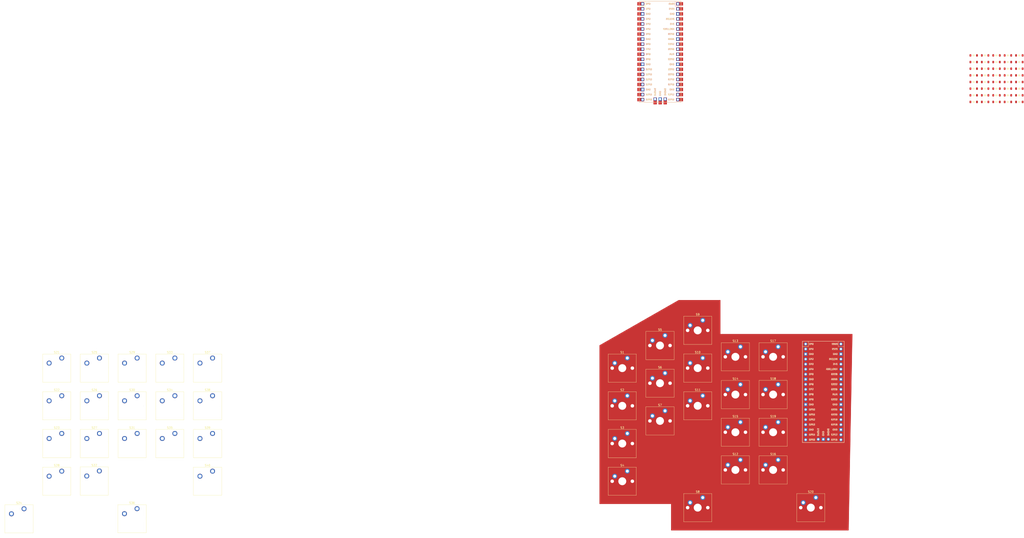
<source format=kicad_pcb>
(kicad_pcb (version 20240108) (generator "pcbnew") (generator_version "8.0")
  (layers (0 "F.Cu" signal) (31 "B.Cu" signal) (34 "B.Paste" user) (35 "F.Paste" user) (36 "B.SilkS" user "B.Silkscreen") (37 "F.SilkS" user "F.Silkscreen") (38 "B.Mask" user) (39 "F.Mask" user) (44 "Edge.Cuts" user))
  (net 0 "")
  (net 1 "Net-(D1-K)")
  (net 2 "Net-(D1-A)")
  (net 3 "Net-(D10-K)")
  (net 4 "Net-(D2-A)")
  (net 5 "Net-(D3-A)")
  (net 6 "Net-(D11-K)")
  (net 7 "Net-(D4-A)")
  (net 8 "Net-(D12-K)")
  (net 9 "Net-(D5-A)")
  (net 10 "Net-(D6-A)")
  (net 11 "Net-(D7-A)")
  (net 12 "Net-(D8-A)")
  (net 13 "Net-(D9-A)")
  (net 14 "Net-(D10-A)")
  (net 15 "Net-(D11-A)")
  (net 16 "Net-(D12-A)")
  (net 17 "Net-(D13-A)")
  (net 18 "Net-(D14-A)")
  (net 19 "Net-(D15-A)")
  (net 20 "Net-(D16-A)")
  (net 21 "Net-(D17-A)")
  (net 22 "Net-(D18-A)")
  (net 23 "Net-(D19-A)")
  (net 24 "Net-(D20-A)")
  (net 25 "Net-(D21-A)")
  (net 26 "Net-(D21-K)")
  (net 27 "Net-(D22-K)")
  (net 28 "Net-(D22-A)")
  (net 29 "Net-(D23-A)")
  (net 30 "Net-(D23-K)")
  (net 31 "Net-(D24-K)")
  (net 32 "Net-(D24-A)")
  (net 33 "Net-(D25-A)")
  (net 34 "Net-(D26-A)")
  (net 35 "Net-(D27-A)")
  (net 36 "Net-(D28-A)")
  (net 37 "Net-(D29-A)")
  (net 38 "Net-(D30-A)")
  (net 39 "Net-(D31-A)")
  (net 40 "Net-(D32-A)")
  (net 41 "Net-(D33-A)")
  (net 42 "Net-(D34-A)")
  (net 43 "Net-(D35-A)")
  (net 44 "Net-(D36-A)")
  (net 45 "Net-(D37-A)")
  (net 46 "Net-(D38-A)")
  (net 47 "Net-(D39-A)")
  (net 48 "Net-(D40-A)")
  (net 50 "Net-(U1-GPIO1)")
  (net 51 "Net-(U1-GPIO2)")
  (net 52 "Net-(U1-GPIO3)")
  (net 53 "Net-(U1-GPIO4)")
  (net 54 "Net-(U2-GPIO16)")
  (net 55 "Net-(U2-GPIO17)")
  (net 56 "Net-(U2-GPIO18)")
  (net 57 "Net-(U2-GPIO19)")
  (net 58 "Net-(U2-GPIO20)")
  (footprint "ScottoKeebs_Components:Diode_SOD-123" (layer "F.Cu") (at 211.35 -110.0625)
    (property "Reference" "D9" (hide yes))
    (property "Value" "Diode")
    (pad "1" smd roundrect (at -1.65 0) (size 0.9 1.2) (layers "F.Cu" "F.Paste" "F.Mask") (net 1 "Net-(D1-K)"))
    (pad "2" smd roundrect (at 1.65 0) (size 0.9 1.2) (layers "F.Cu" "F.Paste" "F.Mask") (net 13 "Net-(D9-A)"))
  )
  (footprint "ScottoKeebs_Components:Diode_SOD-123" (layer "F.Cu") (at 217.1 -89.9625)
    (property "Reference" "D23" (hide yes))
    (property "Value" "Diode")
    (pad "1" smd roundrect (at -1.65 0) (size 0.9 1.2) (layers "F.Cu" "F.Paste" "F.Mask") (net 30 "Net-(D23-K)"))
    (pad "2" smd roundrect (at 1.65 0) (size 0.9 1.2) (layers "F.Cu" "F.Paste" "F.Mask") (net 29 "Net-(D23-A)"))
  )
  (footprint "ScottoKeebs_Components:Diode_SOD-123" (layer "F.Cu") (at 217.1 -110.0625)
    (property "Reference" "D17" (hide yes))
    (property "Value" "Diode")
    (pad "1" smd roundrect (at -1.65 0) (size 0.9 1.2) (layers "F.Cu" "F.Paste" "F.Mask") (net 1 "Net-(D1-K)"))
    (pad "2" smd roundrect (at 1.65 0) (size 0.9 1.2) (layers "F.Cu" "F.Paste" "F.Mask") (net 21 "Net-(D17-A)"))
  )
  (footprint "ScottoKeebs_Components:Diode_SOD-123" (layer "F.Cu") (at 222.85 -103.3625)
    (property "Reference" "D27" (hide yes))
    (property "Value" "Diode")
    (pad "1" smd roundrect (at -1.65 0) (size 0.9 1.2) (layers "F.Cu" "F.Paste" "F.Mask") (net 30 "Net-(D23-K)"))
    (pad "2" smd roundrect (at 1.65 0) (size 0.9 1.2) (layers "F.Cu" "F.Paste" "F.Mask") (net 35 "Net-(D27-A)"))
  )
  (footprint "ScottoKeebs_Components:Diode_SOD-123" (layer "F.Cu") (at 205.6 -93.3125)
    (property "Reference" "D6" (hide yes))
    (property "Value" "Diode")
    (pad "1" smd roundrect (at -1.65 0) (size 0.9 1.2) (layers "F.Cu" "F.Paste" "F.Mask") (net 3 "Net-(D10-K)"))
    (pad "2" smd roundrect (at 1.65 0) (size 0.9 1.2) (layers "F.Cu" "F.Paste" "F.Mask") (net 10 "Net-(D6-A)"))
  )
  (footprint "ScottoKeebs_Components:Diode_SOD-123" (layer "F.Cu") (at 217.1 -96.6625)
    (property "Reference" "D21" (hide yes))
    (property "Value" "Diode")
    (pad "1" smd roundrect (at -1.65 0) (size 0.9 1.2) (layers "F.Cu" "F.Paste" "F.Mask") (net 26 "Net-(D21-K)"))
    (pad "2" smd roundrect (at 1.65 0) (size 0.9 1.2) (layers "F.Cu" "F.Paste" "F.Mask") (net 25 "Net-(D21-A)"))
  )
  (footprint "ScottoKeebs_MX:MX_PCB_1.00u" (layer "F.Cu") (at -237.475 85.525)
    (property "Reference" "S27" (at 0 -8 0) (layer "F.SilkS"))
    (property "Value" "Keyswitch")
    (pad "" np_thru_hole circle (at -5.08 0) (size 1.75 1.75) (drill 1.75) (layers "*.Cu" "*.Mask"))
    (pad "" np_thru_hole circle (at 0 0) (size 4 4) (drill 4) (layers "*.Cu" "*.Mask"))
    (pad "" np_thru_hole circle (at 5.08 0) (size 1.75 1.75) (drill 1.75) (layers "*.Cu" "*.Mask"))
    (pad "1" thru_hole circle (at -3.81 -2.54) (size 2.5 2.5) (drill 1.5) (layers "*.Cu" "*.Mask") (net 55 "Net-(U2-GPIO17)"))
    (pad "2" thru_hole circle (at 2.54 -5.08) (size 2.5 2.5) (drill 1.5) (layers "*.Cu" "*.Mask") (net 35 "Net-(D27-A)"))
  )
  (footprint "ScottoKeebs_Components:Diode_SOD-123" (layer "F.Cu") (at 222.85 -106.7125)
    (property "Reference" "D26" (hide yes))
    (property "Value" "Diode")
    (pad "1" smd roundrect (at -1.65 0) (size 0.9 1.2) (layers "F.Cu" "F.Paste" "F.Mask") (net 27 "Net-(D22-K)"))
    (pad "2" smd roundrect (at 1.65 0) (size 0.9 1.2) (layers "F.Cu" "F.Paste" "F.Mask") (net 34 "Net-(D26-A)"))
  )
  (footprint "ScottoKeebs_MX:MX_PCB_1.00u" (layer "F.Cu") (at -199.475 66.525)
    (property "Reference" "S34" (at 0 -8 0) (layer "F.SilkS"))
    (property "Value" "Keyswitch")
    (pad "" np_thru_hole circle (at -5.08 0) (size 1.75 1.75) (drill 1.75) (layers "*.Cu" "*.Mask"))
    (pad "" np_thru_hole circle (at 0 0) (size 4 4) (drill 4) (layers "*.Cu" "*.Mask"))
    (pad "" np_thru_hole circle (at 5.08 0) (size 1.75 1.75) (drill 1.75) (layers "*.Cu" "*.Mask"))
    (pad "1" thru_hole circle (at -3.81 -2.54) (size 2.5 2.5) (drill 1.5) (layers "*.Cu" "*.Mask") (net 57 "Net-(U2-GPIO19)"))
    (pad "2" thru_hole circle (at 2.54 -5.08) (size 2.5 2.5) (drill 1.5) (layers "*.Cu" "*.Mask") (net 42 "Net-(D34-A)"))
  )
  (footprint "ScottoKeebs_MX:MX_PCB_1.00u" (layer "F.Cu") (at 66.525 47.5)
    (property "Reference" "S10" (at 0 -8 0) (layer "F.SilkS"))
    (property "Value" "Keyswitch")
    (pad "" np_thru_hole circle (at -5.08 0) (size 1.75 1.75) (drill 1.75) (layers "*.Cu" "*.Mask"))
    (pad "" np_thru_hole circle (at 0 0) (size 4 4) (drill 4) (layers "*.Cu" "*.Mask"))
    (pad "" np_thru_hole circle (at 5.08 0) (size 1.75 1.75) (drill 1.75) (layers "*.Cu" "*.Mask"))
    (pad "1" thru_hole circle (at -3.81 -2.54) (size 2.5 2.5) (drill 1.5) (layers "*.Cu" "*.Mask") (net 51 "Net-(U1-GPIO2)"))
    (pad "2" thru_hole circle (at 2.54 -5.08) (size 2.5 2.5) (drill 1.5) (layers "*.Cu" "*.Mask") (net 14 "Net-(D10-A)"))
  )
  (footprint "ScottoKeebs_MX:MX_PCB_1.00u" (layer "F.Cu") (at 66.525 117.825)
    (property "Reference" "S8" (at 0 -8 0) (layer "F.SilkS"))
    (property "Value" "Keyswitch")
    (pad "" np_thru_hole circle (at -5.08 0) (size 1.75 1.75) (drill 1.75) (layers "*.Cu" "*.Mask"))
    (pad "" np_thru_hole circle (at 0 0) (size 4 4) (drill 4) (layers "*.Cu" "*.Mask"))
    (pad "" np_thru_hole circle (at 5.08 0) (size 1.75 1.75) (drill 1.75) (layers "*.Cu" "*.Mask"))
    (pad "1" thru_hole circle (at -3.81 -2.54) (size 2.5 2.5) (drill 1.5) (layers "*.Cu" "*.Mask") (net 50 "Net-(U1-GPIO1)"))
    (pad "2" thru_hole circle (at 2.54 -5.08) (size 2.5 2.5) (drill 1.5) (layers "*.Cu" "*.Mask") (net 12 "Net-(D8-A)"))
  )
  (footprint "ScottoKeebs_Components:Diode_SOD-123" (layer "F.Cu") (at 228.6 -100.0125)
    (property "Reference" "D36" (hide yes))
    (property "Value" "Diode")
    (pad "1" smd roundrect (at -1.65 0) (size 0.9 1.2) (layers "F.Cu" "F.Paste" "F.Mask") (net 31 "Net-(D24-K)"))
    (pad "2" smd roundrect (at 1.65 0) (size 0.9 1.2) (layers "F.Cu" "F.Paste" "F.Mask") (net 44 "Net-(D36-A)"))
  )
  (footprint "ScottoKeebs_MX:MX_PCB_1.00u" (layer "F.Cu") (at -199.475 47.525)
    (property "Reference" "S33" (at 0 -8 0) (layer "F.SilkS"))
    (property "Value" "Keyswitch")
    (pad "" np_thru_hole circle (at -5.08 0) (size 1.75 1.75) (drill 1.75) (layers "*.Cu" "*.Mask"))
    (pad "" np_thru_hole circle (at 0 0) (size 4 4) (drill 4) (layers "*.Cu" "*.Mask"))
    (pad "" np_thru_hole circle (at 5.08 0) (size 1.75 1.75) (drill 1.75) (layers "*.Cu" "*.Mask"))
    (pad "1" thru_hole circle (at -3.81 -2.54) (size 2.5 2.5) (drill 1.5) (layers "*.Cu" "*.Mask") (net 57 "Net-(U2-GPIO19)"))
    (pad "2" thru_hole circle (at 2.54 -5.08) (size 2.5 2.5) (drill 1.5) (layers "*.Cu" "*.Mask") (net 41 "Net-(D33-A)"))
  )
  (footprint "ScottoKeebs_MX:MX_PCB_1.00u" (layer "F.Cu") (at 28.525 85.525)
    (property "Reference" "S3" (at 0 -8 0) (layer "F.SilkS"))
    (property "Value" "Keyswitch")
    (pad "" np_thru_hole circle (at -5.08 0) (size 1.75 1.75) (drill 1.75) (layers "*.Cu" "*.Mask"))
    (pad "" np_thru_hole circle (at 0 0) (size 4 4) (drill 4) (layers "*.Cu" "*.Mask"))
    (pad "" np_thru_hole circle (at 5.08 0) (size 1.75 1.75) (drill 1.75) (layers "*.Cu" "*.Mask"))
    (pad "1" thru_hole circle (at -3.81 -2.54) (size 2.5 2.5) (drill 1.5) (layers "*.Cu" "*.Mask"))
    (pad "2" thru_hole circle (at 2.54 -5.08) (size 2.5 2.5) (drill 1.5) (layers "*.Cu" "*.Mask") (net 5 "Net-(D3-A)"))
  )
  (footprint "ScottoKeebs_MX:MX_PCB_1.00u" (layer "F.Cu") (at 85.525 60.85)
    (property "Reference" "S14" (at 0 -8 0) (layer "F.SilkS"))
    (property "Value" "Keyswitch")
    (pad "" np_thru_hole circle (at -5.08 0) (size 1.75 1.75) (drill 1.75) (layers "*.Cu" "*.Mask"))
    (pad "" np_thru_hole circle (at 0 0) (size 4 4) (drill 4) (layers "*.Cu" "*.Mask"))
    (pad "" np_thru_hole circle (at 5.08 0) (size 1.75 1.75) (drill 1.75) (layers "*.Cu" "*.Mask"))
    (pad "1" thru_hole circle (at -3.81 -2.54) (size 2.5 2.5) (drill 1.5) (layers "*.Cu" "*.Mask") (net 52 "Net-(U1-GPIO3)"))
    (pad "2" thru_hole circle (at 2.54 -5.08) (size 2.5 2.5) (drill 1.5) (layers "*.Cu" "*.Mask") (net 18 "Net-(D14-A)"))
  )
  (footprint "ScottoKeebs_Components:Diode_SOD-123" (layer "F.Cu") (at 205.6 -106.7125)
    (property "Reference" "D2" (hide yes))
    (property "Value" "Diode")
    (pad "1" smd roundrect (at -1.65 0) (size 0.9 1.2) (layers "F.Cu" "F.Paste" "F.Mask") (net 3 "Net-(D10-K)"))
    (pad "2" smd roundrect (at 1.65 0) (size 0.9 1.2) (layers "F.Cu" "F.Paste" "F.Mask") (net 4 "Net-(D2-A)"))
  )
  (footprint "ScottoKeebs_Components:Diode_SOD-123" (layer "F.Cu") (at 228.6 -106.7125)
    (property "Reference" "D34" (hide yes))
    (property "Value" "Diode")
    (pad "1" smd roundrect (at -1.65 0) (size 0.9 1.2) (layers "F.Cu" "F.Paste" "F.Mask") (net 27 "Net-(D22-K)"))
    (pad "2" smd roundrect (at 1.65 0) (size 0.9 1.2) (layers "F.Cu" "F.Paste" "F.Mask") (net 42 "Net-(D34-A)"))
  )
  (footprint "ScottoKeebs_Components:Diode_SOD-123" (layer "F.Cu") (at 217.1 -106.7125)
    (property "Reference" "D18" (hide yes))
    (property "Value" "Diode")
    (pad "1" smd roundrect (at -1.65 0) (size 0.9 1.2) (layers "F.Cu" "F.Paste" "F.Mask") (net 3 "Net-(D10-K)"))
    (pad "2" smd roundrect (at 1.65 0) (size 0.9 1.2) (layers "F.Cu" "F.Paste" "F.Mask") (net 22 "Net-(D18-A)"))
  )
  (footprint "ScottoKeebs_Components:Diode_SOD-123" (layer "F.Cu") (at 217.1 -86.6125)
    (property "Reference" "D24" (hide yes))
    (property "Value" "Diode")
    (pad "1" smd roundrect (at -1.65 0) (size 0.9 1.2) (layers "F.Cu" "F.Paste" "F.Mask") (net 31 "Net-(D24-K)"))
    (pad "2" smd roundrect (at 1.65 0) (size 0.9 1.2) (layers "F.Cu" "F.Paste" "F.Mask") (net 32 "Net-(D24-A)"))
  )
  (footprint "ScottoKeebs_Components:Diode_SOD-123" (layer "F.Cu") (at 228.6 -86.6125)
    (property "Reference" "D40" (hide yes))
    (property "Value" "Diode")
    (pad "1" smd roundrect (at -1.65 0) (size 0.9 1.2) (layers "F.Cu" "F.Paste" "F.Mask") (net 31 "Net-(D24-K)"))
    (pad "2" smd roundrect (at 1.65 0) (size 0.9 1.2) (layers "F.Cu" "F.Paste" "F.Mask") (net 48 "Net-(D40-A)"))
  )
  (footprint "ScottoKeebs_MX:MX_PCB_1.00u" (layer "F.Cu") (at 66.525 66.5)
    (property "Reference" "S11" (at 0 -8 0) (layer "F.SilkS"))
    (property "Value" "Keyswitch")
    (pad "" np_thru_hole circle (at -5.08 0) (size 1.75 1.75) (drill 1.75) (layers "*.Cu" "*.Mask"))
    (pad "" np_thru_hole circle (at 0 0) (size 4 4) (drill 4) (layers "*.Cu" "*.Mask"))
    (pad "" np_thru_hole circle (at 5.08 0) (size 1.75 1.75) (drill 1.75) (layers "*.Cu" "*.Mask"))
    (pad "1" thru_hole circle (at -3.81 -2.54) (size 2.5 2.5) (drill 1.5) (layers "*.Cu" "*.Mask") (net 51 "Net-(U1-GPIO2)"))
    (pad "2" thru_hole circle (at 2.54 -5.08) (size 2.5 2.5) (drill 1.5) (layers "*.Cu" "*.Mask") (net 15 "Net-(D11-A)"))
  )
  (footprint "ScottoKeebs_MX:MX_PCB_1.00u" (layer "F.Cu") (at -237.475 66.525)
    (property "Reference" "S26" (at 0 -8 0) (layer "F.SilkS"))
    (property "Value" "Keyswitch")
    (pad "" np_thru_hole circle (at -5.08 0) (size 1.75 1.75) (drill 1.75) (layers "*.Cu" "*.Mask"))
    (pad "" np_thru_hole circle (at 0 0) (size 4 4) (drill 4) (layers "*.Cu" "*.Mask"))
    (pad "" np_thru_hole circle (at 5.08 0) (size 1.75 1.75) (drill 1.75) (layers "*.Cu" "*.Mask"))
    (pad "1" thru_hole circle (at -3.81 -2.54) (size 2.5 2.5) (drill 1.5) (layers "*.Cu" "*.Mask") (net 55 "Net-(U2-GPIO17)"))
    (pad "2" thru_hole circle (at 2.54 -5.08) (size 2.5 2.5) (drill 1.5) (layers "*.Cu" "*.Mask") (net 34 "Net-(D26-A)"))
  )
  (footprint "ScottoKeebs_Components:Diode_SOD-123" (layer "F.Cu") (at 211.35 -100.0125)
    (property "Reference" "D12" (hide yes))
    (property "Value" "Diode")
    (pad "1" smd roundrect (at -1.65 0) (size 0.9 1.2) (layers "F.Cu" "F.Paste" "F.Mask") (net 8 "Net-(D12-K)"))
    (pad "2" smd roundrect (at 1.65 0) (size 0.9 1.2) (layers "F.Cu" "F.Paste" "F.Mask") (net 16 "Net-(D12-A)"))
  )
  (footprint "ScottoKeebs_Components:Diode_SOD-123" (layer "F.Cu") (at 205.6 -96.6625)
    (property "Reference" "D5" (hide yes))
    (property "Value" "Diode")
    (pad "1" smd roundrect (at -1.65 0) (size 0.9 1.2) (layers "F.Cu" "F.Paste" "F.Mask") (net 1 "Net-(D1-K)"))
    (pad "2" smd roundrect (at 1.65 0) (size 0.9 1.2) (layers "F.Cu" "F.Paste" "F.Mask") (net 9 "Net-(D5-A)"))
  )
  (footprint "ScottoKeebs_Components:Diode_SOD-123" (layer "F.Cu") (at 211.35 -86.6125)
    (property "Reference" "D16" (hide yes))
    (property "Value" "Diode")
    (pad "1" smd roundrect (at -1.65 0) (size 0.9 1.2) (layers "F.Cu" "F.Paste" "F.Mask") (net 8 "Net-(D12-K)"))
    (pad "2" smd roundrect (at 1.65 0) (size 0.9 1.2) (layers "F.Cu" "F.Paste" "F.Mask") (net 20 "Net-(D16-A)"))
  )
  (footprint "ScottoKeebs_Components:Diode_SOD-123" (layer "F.Cu") (at 205.6 -110.0625)
    (property "Reference" "D1" (hide yes))
    (property "Value" "Diode")
    (pad "1" smd roundrect (at -1.65 0) (size 0.9 1.2) (layers "F.Cu" "F.Paste" "F.Mask") (net 1 "Net-(D1-K)"))
    (pad "2" smd roundrect (at 1.65 0) (size 0.9 1.2) (layers "F.Cu" "F.Paste" "F.Mask") (net 2 "Net-(D1-A)"))
  )
  (footprint "ScottoKeebs_MX:MX_PCB_1.00u" (layer "F.Cu") (at -218.475 66.525)
    (property "Reference" "S30" (at 0 -8 0) (layer "F.SilkS"))
    (property "Value" "Keyswitch")
    (pad "" np_thru_hole circle (at -5.08 0) (size 1.75 1.75) (drill 1.75) (layers "*.Cu" "*.Mask"))
    (pad "" np_thru_hole circle (at 0 0) (size 4 4) (drill 4) (layers "*.Cu" "*.Mask"))
    (pad "" np_thru_hole circle (at 5.08 0) (size 1.75 1.75) (drill 1.75) (layers "*.Cu" "*.Mask"))
    (pad "1" thru_hole circle (at -3.81 -2.54) (size 2.5 2.5) (drill 1.5) (layers "*.Cu" "*.Mask") (net 56 "Net-(U2-GPIO18)"))
    (pad "2" thru_hole circle (at 2.54 -5.08) (size 2.5 2.5) (drill 1.5) (layers "*.Cu" "*.Mask") (net 38 "Net-(D30-A)"))
  )
  (footprint "ScottoKeebs_MX:MX_PCB_1.00u" (layer "F.Cu") (at -218.525 123.425)
    (property "Reference" "S36" (at 0 -8 0) (layer "F.SilkS"))
    (property "Value" "Keyswitch")
    (pad "" np_thru_hole circle (at -5.08 0) (size 1.75 1.75) (drill 1.75) (layers "*.Cu" "*.Mask"))
    (pad "" np_thru_hole circle (at 0 0) (size 4 4) (drill 4) (layers "*.Cu" "*.Mask"))
    (pad "" np_thru_hole circle (at 5.08 0) (size 1.75 1.75) (drill 1.75) (layers "*.Cu" "*.Mask"))
    (pad "1" thru_hole circle (at -3.81 -2.54) (size 2.5 2.5) (drill 1.5) (layers "*.Cu" "*.Mask") (net 57 "Net-(U2-GPIO19)"))
    (pad "2" thru_hole circle (at 2.54 -5.08) (size 2.5 2.5) (drill 1.5) (layers "*.Cu" "*.Mask") (net 44 "Net-(D36-A)"))
  )
  (footprint "ScottoKeebs_MX:MX_PCB_1.00u" (layer "F.Cu") (at 104.525 60.825)
    (property "Reference" "S18" (at 0 -8 0) (layer "F.SilkS"))
    (property "Value" "Keyswitch")
    (pad "" np_thru_hole circle (at -5.08 0) (size 1.75 1.75) (drill 1.75) (layers "*.Cu" "*.Mask"))
    (pad "" np_thru_hole circle (at 0 0) (size 4 4) (drill 4) (layers "*.Cu" "*.Mask"))
    (pad "" np_thru_hole circle (at 5.08 0) (size 1.75 1.75) (drill 1.75) (layers "*.Cu" "*.Mask"))
    (pad "1" thru_hole circle (at -3.81 -2.54) (size 2.5 2.5) (drill 1.5) (layers "*.Cu" "*.Mask") (net 53 "Net-(U1-GPIO4)"))
    (pad "2" thru_hole circle (at 2.54 -5.08) (size 2.5 2.5) (drill 1.5) (layers "*.Cu" "*.Mask") (net 22 "Net-(D18-A)"))
  )
  (footprint "ScottoKeebs_Components:Diode_SOD-123" (layer "F.Cu") (at 222.85 -93.3125)
    (property "Reference" "D30" (hide yes))
    (property "Value" "Diode")
    (pad "1" smd roundrect (at -1.65 0) (size 0.9 1.2) (layers "F.Cu" "F.Paste" "F.Mask") (net 27 "Net-(D22-K)"))
    (pad "2" smd roundrect (at 1.65 0) (size 0.9 1.2) (layers "F.Cu" "F.Paste" "F.Mask") (net 38 "Net-(D30-A)"))
  )
  (footprint "ScottoKeebs_MCU:Raspberry_Pi_Pico" (layer "F.Cu") (at 47.625 -111.91875)
    (property "Reference" "U2" (hide yes))
    (property "Value" "Raspberry_Pi_Pico" (hide yes))
    (fp_text user "GP28" (at 5.54 -8.89 0) (layer "B.SilkS") (effects (font (size 0.8 0.8)) (justify mirror)))
    (fp_text user "GP7" (at -6.04 -1.3 0) (layer "B.SilkS") (effects (font (size 0.8 0.8)) (justify mirror)))
    (fp_text user "GND" (at 5.89 19.05 0) (layer "B.SilkS") (effects (font (size 0.8 0.8)) (justify mirror)))
    (fp_text user "GP20" (at 5.54 11.43 0) (layer "B.SilkS") (effects (font (size 0.8 0.8)) (justify mirror)))
    (fp_text user "GP4" (at -6.04 -11.43 0) (layer "B.SilkS") (effects (font (size 0.8 0.8)) (justify mirror)))
    (fp_text user "GP12" (at -5.69 13.97 0) (layer "B.SilkS") (effects (font (size 0.8 0.8)) (justify mirror)))
    (fp_text user "SWCLK" (at -2.54 20.25 -90) (layer "B.SilkS") (effects (font (size 0.8 0.8)) (justify mirror)))
    (fp_text user "GP15" (at -5.69 24.13 0) (layer "B.SilkS") (effects (font (size 0.8 0.8)) (justify mirror)))
    (fp_text user "GP26" (at 5.54 -1.27 0) (layer "B.SilkS") (effects (font (size 0.8 0.8)) (justify mirror)))
    (fp_text user "GND" (at -6.04 -19.05 0) (layer "B.SilkS") (effects (font (size 0.8 0.8)) (justify mirror)))
    (fp_text user "GP1" (at -6.04 -21.6 0) (layer "B.SilkS") (effects (font (size 0.8 0.8)) (justify mirror)))
    (fp_text user "GP16" (at 5.54 24.13 0) (layer "B.SilkS") (effects (font (size 0.8 0.8)) (justify mirror)))
    (fp_text user "GP22" (at 5.54 3.81 0) (layer "B.SilkS") (effects (font (size 0.8 0.8)) (justify mirror)))
    (fp_text user "GP14" (at -5.69 21.59 0) (layer "B.SilkS") (effects (font (size 0.8 0.8)) (justify mirror)))
    (fp_text user "GND" (at 5.89 6.35 0) (layer "B.SilkS") (effects (font (size 0.8 0.8)) (justify mirror)))
    (fp_text user "3V3_EN" (at 5.04 -16.51 0) (layer "B.SilkS") (effects (font (size 0.8 0.8)) (justify mirror)))
    (fp_text user "GND" (at -6.04 6.35 0) (layer "B.SilkS") (effects (font (size 0.8 0.8)) (justify mirror)))
    (fp_text user "VSYS" (at 5.79 -21.59 0) (layer "B.SilkS") (effects (font (size 0.8 0.8)) (justify mirror)))
    (fp_text user "GP13" (at -5.69 16.51 0) (layer "B.SilkS") (effects (font (size 0.8 0.8)) (justify mirror)))
    (fp_text user "RUN" (at 5.89 1.27 0) (layer "B.SilkS") (effects (font (size 0.8 0.8)) (justify mirror)))
    (fp_text user "GP21" (at 5.54 8.9 0) (layer "B.SilkS") (effects (font (size 0.8 0.8)) (justify mirror)))
    (fp_text user "GND" (at -6.04 -6.35 0) (layer "B.SilkS") (effects (font (size 0.8 0.8)) (justify mirror)))
    (fp_text user "VBUS" (at 5.79 -24.13 0) (layer "B.SilkS") (effects (font (size 0.8 0.8)) (justify mirror)))
    (fp_text user "GP8" (at -6.04 1.27 0) (layer "B.SilkS") (effects (font (size 0.8 0.8)) (justify mirror)))
    (fp_text user "GP0" (at -6.04 -24.13 0) (layer "B.SilkS") (effects (font (size 0.8 0.8)) (justify mirror)))
    (fp_text user "GP9" (at -6.04 3.81 0) (layer "B.SilkS") (effects (font (size 0.8 0.8)) (justify mirror)))
    (fp_text user "GND" (at -6.04 19.05 0) (layer "B.SilkS") (effects (font (size 0.8 0.8)) (justify mirror)))
    (fp_text user "GP2" (at -6.04 -16.51 0) (layer "B.SilkS") (effects (font (size 0.8 0.8)) (justify mirror)))
    (fp_text user "GP5" (at -6.04 -8.89 0) (layer "B.SilkS") (effects (font (size 0.8 0.8)) (justify mirror)))
    (fp_text user "AGND" (at 5.54 -6.35 0) (layer "B.SilkS") (effects (font (size 0.8 0.8)) (justify mirror)))
    (fp_text user "GP3" (at -6.04 -13.97 0) (layer "B.SilkS") (effects (font (size 0.8 0.8)) (justify mirror)))
    (fp_text user "SWDIO" (at 2.54 20.25 -90) (layer "B.SilkS") (effects (font (size 0.8 0.8)) (justify mirror)))
    (fp_text user "GP10" (at -5.69 8.89 0) (layer "B.SilkS") (effects (font (size 0.8 0.8)) (justify mirror)))
    (fp_text user "GP18" (at 5.54 16.51 0) (layer "B.SilkS") (effects (font (size 0.8 0.8)) (justify mirror)))
    (fp_text user "GND" (at 6.04 -19.05 0) (layer "B.SilkS") (effects (font (size 0.8 0.8)) (justify mirror)))
    (fp_text user "GP11" (at -5.69 11.43 0) (layer "B.SilkS") (effects (font (size 0.8 0.8)) (justify mirror)))
    (fp_text user "3V3" (at 6.04 -13.97 0) (layer "B.SilkS") (effects (font (size 0.8 0.8)) (justify mirror)))
    (fp_text user "GND" (at 0 21 -90) (layer "B.SilkS") (effects (font (size 0.8 0.8)) (justify mirror)))
    (fp_text user "GP19" (at 5.54 13.97 0) (layer "B.SilkS") (effects (font (size 0.8 0.8)) (justify mirror)))
    (fp_text user "GP17" (at 5.54 21.59 0) (layer "B.SilkS") (effects (font (size 0.8 0.8)) (justify mirror)))
    (fp_text user "ADC_VREF" (at 4.29 -11.43 0) (layer "B.SilkS") (effects (font (size 0.8 0.8)) (justify mirror)))
    (fp_text user "GP6" (at -6.04 -3.81 0) (layer "B.SilkS") (effects (font (size 0.8 0.8)) (justify mirror)))
    (fp_text user "GP27" (at 5.54 -3.8 0) (layer "B.SilkS") (effects (font (size 0.8 0.8)) (justify mirror)))
    (fp_text user "GP22" (at 5.54 3.81 0) (layer "F.SilkS") (effects (font (size 0.8 0.8))))
    (fp_text user "ADC_VREF" (at 4.29 -11.43 0) (layer "F.SilkS") (effects (font (size 0.8 0.8))))
    (fp_text user "GP12" (at -5.69 13.97 0) (layer "F.SilkS") (effects (font (size 0.8 0.8))))
    (fp_text user "GP7" (at -6.04 -1.3 0) (layer "F.SilkS") (effects (font (size 0.8 0.8))))
    (fp_text user "VBUS" (at 5.79 -24.13 0) (layer "F.SilkS") (effects (font (size 0.8 0.8))))
    (fp_text user "GP19" (at 5.54 13.97 0) (layer "F.SilkS") (effects (font (size 0.8 0.8))))
    (fp_text user "GND" (at -6.04 -19.05 0) (layer "F.SilkS") (effects (font (size 0.8 0.8))))
    (fp_text user "GP3" (at -6.04 -13.97 0) (layer "F.SilkS") (effects (font (size 0.8 0.8))))
    (fp_text user "GP20" (at 5.54 11.43 0) (layer "F.SilkS") (effects (font (size 0.8 0.8))))
    (fp_text user "GP10" (at -5.69 8.89 0) (layer "F.SilkS") (effects (font (size 0.8 0.8))))
    (fp_text user "GND" (at 5.89 6.35 0) (layer "F.SilkS") (effects (font (size 0.8 0.8))))
    (fp_text user "GP21" (at 5.54 8.9 0) (layer "F.SilkS") (effects (font (size 0.8 0.8))))
    (fp_text user "GP9" (at -6.04 3.81 0) (layer "F.SilkS") (effects (font (size 0.8 0.8))))
    (fp_text user "GP14" (at -5.69 21.59 0) (layer "F.SilkS") (effects (font (size 0.8 0.8))))
    (fp_text user "GP0" (at -6.04 -24.13 0) (layer "F.SilkS") (effects (font (size 0.8 0.8))))
    (fp_text user "GND" (at -6.04 -6.35 0) (layer "F.SilkS") (effects (font (size 0.8 0.8))))
    (fp_text user "GP8" (at -6.04 1.27 0) (layer "F.SilkS") (effects (font (size 0.8 0.8))))
    (fp_text user "GP18" (at 5.54 16.51 0) (layer "F.SilkS") (effects (font (size 0.8 0.8))))
    (fp_text user "GP15" (at -5.69 24.13 0) (layer "F.SilkS") (effects (font (size 0.8 0.8))))
    (fp_text user "GP28" (at 5.54 -8.89 0) (layer "F.SilkS") (effects (font (size 0.8 0.8))))
    (fp_text user "3V3_EN" (at 5.04 -16.51 0) (layer "F.SilkS") (effects (font (size 0.8 0.8))))
    (fp_text user "GND" (at -6.04 19.05 0) (layer "F.SilkS") (effects (font (size 0.8 0.8))))
    (fp_text user "GP17" (at 5.54 21.59 0) (layer "F.SilkS") (effects (font (size 0.8 0.8))))
    (fp_text user "RUN" (at 5.89 1.27 0) (layer "F.SilkS") (effects (font (size 0.8 0.8))))
    (fp_text user "GP13" (at -5.69 16.51 0) (layer "F.SilkS") (effects (font (size 0.8 0.8))))
    (fp_text user "GP26" (at 5.54 -1.27 0) (layer "F.SilkS") (effects (font (size 0.8 0.8))))
    (fp_text user "GP2" (at -6.04 -16.51 0) (layer "F.SilkS") (effects (font (size 0.8 0.8))))
    (fp_text user "GP16" (at 5.54 24.13 0) (layer "F.SilkS") (effects (font (size 0.8 0.8))))
    (fp_text user "SWCLK" (at -2.54 20.25 90) (layer "F.SilkS") (effects (font (size 0.8 0.8))))
    (fp_text user "GND" (at 5.89 19.05 0) (layer "F.SilkS") (effects (font (size 0.8 0.8))))
    (fp_text user "VSYS" (at 5.79 -21.59 0) (layer "F.SilkS") (effects (font (size 0.8 0.8))))
    (fp_text user "GP27" (at 5.54 -3.8 0) (layer "F.SilkS") (effects (font (size 0.8 0.8))))
    (fp_text user "GND" (at 0 21 90) (layer "F.SilkS") (effects (font (size 0.8 0.8))))
    (fp_text user "GP11" (at -5.69 11.43 0) (layer "F.SilkS") (effects (font (size 0.8 0.8))))
    (fp_text user "GND" (at 6.04 -19.05 0) (layer "F.SilkS") (effects (font (size 0.8 0.8))))
    (fp_text user "GP1" (at -6.04 -21.6 0) (layer "F.SilkS") (effects (font (size 0.8 0.8))))
    (fp_text user "GP6" (at -6.04 -3.81 0) (layer "F.SilkS") (effects (font (size 0.8 0.8))))
    (fp_text user "3V3" (at 6.04 -13.97 0) (layer "F.SilkS") (effects (font (size 0.8 0.8))))
    (fp_text user "SWDIO" (at 2.54 20.25 90) (layer "F.SilkS") (effects (font (size 0.8 0.8))))
    (fp_text user "AGND" (at 5.54 -6.35 0) (layer "F.SilkS") (effects (font (size 0.8 0.8))))
    (fp_text user "GND" (at -6.04 6.35 0) (layer "F.SilkS") (effects (font (size 0.8 0.8))))
    (fp_text user "GP5" (at -6.04 -8.89 0) (layer "F.SilkS") (effects (font (size 0.8 0.8))))
    (fp_text user "GP4" (at -6.04 -11.43 0) (layer "F.SilkS") (effects (font (size 0.8 0.8))))
    (pad "1" thru_hole oval (at -8.89 -24.13) (size 1.7 1.7) (drill 1.02) (layers "*.Cu" "*.Mask"))
    (pad "1" smd rect (at -8.89 -24.13) (size 3.5 1.7) (drill (offset -0.9 0)) (layers "F.Cu" "F.Mask"))
    (pad "2" thru_hole oval (at -8.89 -21.59) (size 1.7 1.7) (drill 1.02) (layers "*.Cu" "*.Mask"))
    (pad "2" smd rect (at -8.89 -21.59) (size 3.5 1.7) (drill (offset -0.9 0)) (layers "F.Cu" "F.Mask"))
    (pad "3" thru_hole rect (at -8.89 -19.05) (size 1.7 1.7) (drill 1.02) (layers "*.Cu" "*.Mask"))
    (pad "3" smd rect (at -8.89 -19.05) (size 3.5 1.7) (drill (offset -0.9 0)) (layers "F.Cu" "F.Mask"))
    (pad "4" thru_hole oval (at -8.89 -16.51) (size 1.7 1.7) (drill 1.02) (layers "*.Cu" "*.Mask"))
    (pad "4" smd rect (at -8.89 -16.51) (size 3.5 1.7) (drill (offset -0.9 0)) (layers "F.Cu" "F.Mask"))
    (pad "5" thru_hole oval (at -8.89 -13.97) (size 1.7 1.7) (drill 1.02) (layers "*.Cu" "*.Mask"))
    (pad "5" smd rect (at -8.89 -13.97) (size 3.5 1.7) (drill (offset -0.9 0)) (layers "F.Cu" "F.Mask"))
    (pad "6" thru_hole oval (at -8.89 -11.43) (size 1.7 1.7) (drill 1.02) (layers "*.Cu" "*.Mask"))
    (pad "6" smd rect (at -8.89 -11.43) (size 3.5 1.7) (drill (offset -0.9 0)) (layers "F.Cu" "F.Mask"))
    (pad "7" thru_hole oval (at -8.89 -8.89) (size 1.7 1.7) (drill 1.02) (layers "*.Cu" "*.Mask"))
    (pad "7" smd rect (at -8.89 -8.89) (size 3.5 1.7) (drill (offset -0.9 0)) (layers "F.Cu" "F.Mask"))
    (pad "8" thru_hole rect (at -8.89 -6.35) (size 1.7 1.7) (drill 1.02) (layers "*.Cu" "*.Mask"))
    (pad "8" smd rect (at -8.89 -6.35) (size 3.5 1.7) (drill (offset -0.9 0)) (layers "F.Cu" "F.Mask"))
    (pad "9" thru_hole oval (at -8.89 -3.81) (size 1.7 1.7) (drill 1.02) (layers "*.Cu" "*.Mask"))
    (pad "9" smd rect (at -8.89 -3.81) (size 3.5 1.7) (drill (offset -0.9 0)) (layers "F.Cu" "F.Mask"))
    (pad "10" thru_hole oval (at -8.89 -1.27) (size 1.7 1.7) (drill 1.02) (layers "*.Cu" "*.Mask"))
    (pad "10" smd rect (at -8.89 -1.27) (size 3.5 1.7) (drill (offset -0.9 0)) (layers "F.Cu" "F.Mask"))
    (pad "11" thru_hole oval (at -8.89 1.27) (size 1.7 1.7) (drill 1.02) (layers "*.Cu" "*.Mask"))
    (pad "11" smd rect (at -8.89 1.27) (size 3.5 1.7) (drill (offset -0.9 0)) (layers "F.Cu" "F.Mask"))
    (pad "12" thru_hole oval (at -8.89 3.81) (size 1.7 1.7) (drill 1.02) (layers "*.Cu" "*.Mask"))
    (pad "12" smd rect (at -8.89 3.81) (size 3.5 1.7) (drill (offset -0.9 0)) (layers "F.Cu" "F.Mask"))
    (pad "13" thru_hole rect (at -8.89 6.35) (size 1.7 1.7) (drill 1.02) (layers "*.Cu" "*.Mask"))
    (pad "13" smd rect (at -8.89 6.35) (size 3.5 1.7) (drill (offset -0.9 0)) (layers "F.Cu" "F.Mask"))
    (pad "14" thru_hole oval (at -8.89 8.89) (size 1.7 1.7) (drill 1.02) (layers "*.Cu" "*.Mask"))
    (pad "14" smd rect (at -8.89 8.89) (size 3.5 1.7) (drill (offset -0.9 0)) (layers "F.Cu" "F.Mask"))
    (pad "15" thru_hole oval (at -8.89 11.43) (size 1.7 1.7) (drill 1.02) (layers "*.Cu" "*.Mask"))
    (pad "15" smd rect (at -8.89 11.43) (size 3.5 1.7) (drill (offset -0.9 0)) (layers "F.Cu" "F.Mask"))
    (pad "16" thru_hole oval (at -8.89 13.97) (size 1.7 1.7) (drill 1.02) (layers "*.Cu" "*.Mask") (net 26 "Net-(D21-K)"))
    (pad "16" smd rect (at -8.89 13.97) (size 3.5 1.7) (drill (offset -0.9 0)) (layers "F.Cu" "F.Mask") (net 26 "Net-(D21-K)"))
    (pad "17" thru_hole oval (at -8.89 16.51) (size 1.7 1.7) (drill 1.02) (layers "*.Cu" "*.Mask") (net 27 "Net-(D22-K)"))
    (pad "17" smd rect (at -8.89 16.51) (size 3.5 1.7) (drill (offset -0.9 0)) (layers "F.Cu" "F.Mask") (net 27 "Net-(D22-K)"))
    (pad "18" thru_hole rect (at -8.89 19.05) (size 1.7 1.7) (drill 1.02) (layers "*.Cu" "*.Mask"))
    (pad "18" smd rect (at -8.89 19.05) (size 3.5 1.7) (drill (offset -0.9 0)) (layers "F.Cu" "F.Mask"))
    (pad "19" thru_hole oval (at -8.89 21.59) (size 1.7 1.7) (drill 1.02) (layers "*.Cu" "*.Mask") (net 30 "Net-(D23-K)"))
    (pad "19" smd rect (at -8.89 21.59) (size 3.5 1.7) (drill (offset -0.9 0)) (layers "F.Cu" "F.Mask") (net 30 "Net-(D23-K)"))
    (pad "20" thru_hole oval (at -8.89 24.13) (size 1.7 1.7) (drill 1.02) (layers "*.Cu" "*.Mask") (net 31 "Net-(D24-K)"))
    (pad "20" smd rect (at -8.89 24.13) (size 3.5 1.7) (drill (offset -0.9 0)) (layers "F.Cu" "F.Mask") (net 31 "Net-(D24-K)"))
    (pad "21" thru_hole oval (at 8.89 24.13) (size 1.7 1.7) (drill 1.02) (layers "*.Cu" "*.Mask") (net 54 "Net-(U2-GPIO16)"))
    (pad "21" smd rect (at 8.89 24.13) (size 3.5 1.7) (drill (offset 0.9 0)) (layers "F.Cu" "F.Mask") (net 54 "Net-(U2-GPIO16)"))
    (pad "22" thru_hole oval (at 8.89 21.59) (size 1.7 1.7) (drill 1.02) (layers "*.Cu" "*.Mask") (net 55 "Net-(U2-GPIO17)"))
    (pad "22" smd rect (at 8.89 21.59) (size 3.5 1.7) (drill (offset 0.9 0)) (layers "F.Cu" "F.Mask") (net 55 "Net-(U2-GPIO17)"))
    (pad "23" thru_hole rect (at 8.89 19.05) (size 1.7 1.7) (drill 1.02) (layers "*.Cu" "*.Mask"))
    (pad "23" smd rect (at 8.89 19.05) (size 3.5 1.7) (drill (offset 0.9 0)) (layers "F.Cu" "F.Mask"))
    (pad "24" thru_hole oval (at 8.89 16.51) (size 1.7 1.7) (drill 1.02) (layers "*.Cu" "*.Mask") (net 56 "Net-(U2-GPIO18)"))
    (pad "24" smd rect (at 8.89 16.51) (size 3.5 1.7) (drill (offset 0.9 0)) (layers "F.Cu" "F.Mask") (net 56 "Net-(U2-GPIO18)"))
    (pad "25" thru_hole oval (at 8.89 13.97) (size 1.7 1.7) (drill 1.02) (layers "*.Cu" "*.Mask") (net 57 "Net-(U2-GPIO19)"))
    (pad "25" smd rect (at 8.89 13.97) (size 3.5 1.7) (drill (offset 0.9 0)) (layers "F.Cu" "F.Mask") (net 57 "Net-(U2-GPIO19)"))
    (pad "26" thru_hole oval (at 8.89 11.43) (size 1.7 1.7) (drill 1.02) (layers "*.Cu" "*.Mask") (net 58 "Net-(U2-GPIO20)"))
    (pad "26" smd rect (at 8.89 11.43) (size 3.5 1.7) (drill (offset 0.9 0)) (layers "F.Cu" "F.Mask") (net 58 "Net-(U2-GPIO20)"))
    (pad "27" thru_hole oval (at 8.89 8.89) (size 1.7 1.7) (drill 1.02) (layers "*.Cu" "*.Mask"))
    (pad "27" smd rect (at 8.89 8.89) (size 3.5 1.7) (drill (offset 0.9 0)) (layers "F.Cu" "F.Mask"))
    (pad "28" thru_hole rect (at 8.89 6.35) (size 1.7 1.7) (drill 1.02) (layers "*.Cu" "*.Mask"))
    (pad "28" smd rect (at 8.89 6.35) (size 3.5 1.7) (drill (offset 0.9 0)) (layers "F.Cu" "F.Mask"))
    (pad "29" thru_hole oval (at 8.89 3.81) (size 1.7 1.7) (drill 1.02) (layers "*.Cu" "*.Mask"))
    (pad "29" smd rect (at 8.89 3.81) (size 3.5 1.7) (drill (offset 0.9 0)) (layers "F.Cu" "F.Mask"))
    (pad "30" thru_hole oval (at 8.89 1.27) (size 1.7 1.7) (drill 1.02) (layers "*.Cu" "*.Mask"))
    (pad "30" smd rect (at 8.89 1.27) (size 3.5 1.7) (drill (offset 0.9 0)) (layers "F.Cu" "F.Mask"))
    (pad "31" thru_hole oval (at 8.89 -1.27) (size 1.7 1.7) (drill 1.02) (layers "*.Cu" "*.Mask"))
    (pad "31" smd rect (at 8.89 -1.27) (size 3.5 1.7) (drill (offset 0.9 0)) (layers "F.Cu" "F.Mask"))
    (pad "32" thru_hole oval (at 8.89 -3.81) (size 1.7 1.7) (drill 1.02) (layers "*.Cu" "*.Mask"))
    (pad "32" smd rect (at 8.89 -3.81) (size 3.5 1.7) (drill (offset 0.9 0)) (layers "F.Cu" "F.Mask"))
    (pad "33" thru_hole rect (at 8.89 -6.35) (size 1.7 1.7) (drill 1.02) (layers "*.Cu" "*.Mask"))
    (pad "33" smd rect (at 8.89 -6.35) (size 3.5 1.7) (drill (offset 0.9 0)) (layers "F.Cu" "F.Mask"))
    (pad "34" thru_hole oval (at 8.89 -8.89) (size 1.7 1.7) (drill 1.02) (layers "*.Cu" "*.Mask"))
    (pad "34" smd rect (at 8.89 -8.89) (size 3.5 1.7) (drill (offset 0.9 0)) (layers "F.Cu" "F.Mask"))
    (pad "35" thru_hole oval (at 8.89 -11.43) (size 1.7 1.7) (drill 1.02) (layers "*.Cu" "*.Mask"))
    (pad "35" smd rect (at 8.89 -11.43) (size 3.5 1.7) (drill (offset 0.9 0)) (layers "F.Cu" "F.Mask"))
    (pad "36" thru_hole oval (at 8.89 -13.97) (size 1.7 1.7) (drill 1.02) (layers "*.Cu" "*.Mask"))
    (pad "36" smd rect (at 8.89 -13.97) (size 3.5 1.7) (drill (offset 0.9 0)) (layers "F.Cu" "F.Mask"))
    (pad "37" thru_hole oval (at 8.89 -16.51) (size 1.7 1.7) (drill 1.02) (layers "*.Cu" "*.Mask"))
    (pad "37" smd rect (at 8.89 -16.51) (size 3.5 1.7) (drill (offset 0.9 0)) (layers "F.Cu" "F.Mask"))
    (pad "38" thru_hole rect (at 8.89 -19.05) (size 1.7 1.7) (drill 1.02) (layers "*.Cu" "*.Mask"))
    (pad "38" smd rect (at 8.89 -19.05) (size 3.5 1.7) (drill (offset 0.9 0)) (layers "F.Cu" "F.Mask"))
    (pad "39" thru_hole oval (at 8.89 -21.59) (size 1.7 1.7) (drill 1.02) (layers "*.Cu" "*.Mask"))
    (pad "39" smd rect (at 8.89 -21.59) (size 3.5 1.7) (drill (offset 0.9 0)) (layers "F.Cu" "F.Mask"))
    (pad "40" thru_hole oval (at 8.89 -24.13) (size 1.7 1.7) (drill 1.02) (layers "*.Cu" "*.Mask"))
    (pad "40" smd rect (at 8.89 -24.13) (size 3.5 1.7) (drill (offset 0.9 0)) (layers "F.Cu" "F.Mask"))
    (pad "41" thru_hole oval (at -2.54 23.9) (size 1.7 1.7) (drill 1.02) (layers "*.Cu" "*.Mask"))
    (pad "41" smd rect (at -2.54 23.9 90) (size 3.5 1.7) (drill (offset -0.9 0)) (layers "F.Cu" "F.Mask"))
    (pad "42" thru_hole rect (at 0 23.9) (size 1.7 1.7) (drill 1.02) (layers "*.Cu" "*.Mask"))
    (pad "42" smd rect (at 0 23.9 90) (size 3.5 1.7) (drill (offset -0.9 0)) (layers "F.Cu" "F.Mask"))
    (pad "43" thru_hole oval (at 2.54 23.9) (size 1.7 1.7) (drill 1.02) (layers "*.Cu" "*.Mask"))
    (pad "43" smd rect (at 2.54 23.9 90) (size 3.5 1.7) (drill (offset -0.9 0)) (layers "F.Cu" "F.Mask"))
  )
  (footprint "ScottoKeebs_MX:MX_PCB_1.00u" (layer "F.Cu") (at 104.525 41.825)
    (property "Reference" "S17" (at 0 -8 0) (layer "F.SilkS"))
    (property "Value" "Keyswitch")
    (pad "" np_thru_hole circle (at -5.08 0) (size 1.75 1.75) (drill 1.75) (layers "*.Cu" "*.Mask"))
    (pad "" np_thru_hole circle (at 0 0) (size 4 4) (drill 4) (layers "*.Cu" "*.Mask"))
    (pad "" np_thru_hole circle (at 5.08 0) (size 1.75 1.75) (drill 1.75) (layers "*.Cu" "*.Mask"))
    (pad "1" thru_hole circle (at -3.81 -2.54) (size 2.5 2.5) (drill 1.5) (layers "*.Cu" "*.Mask") (net 53 "Net-(U1-GPIO4)"))
    (pad "2" thru_hole circle (at 2.54 -5.08) (size 2.5 2.5) (drill 1.5) (layers "*.Cu" "*.Mask") (net 21 "Net-(D17-A)"))
  )
  (footprint "ScottoKeebs_MCU:Raspberry_Pi_Pico" (layer "F.Cu") (at 129.81 59.49)
    (property "Reference" "U1" (hide yes))
    (property "Value" "Raspberry_Pi_Pico" (hide yes))
    (fp_text user "GP10" (at -5.69 8.89 0) (layer "B.SilkS") (effects (font (size 0.8 0.8)) (justify mirror)))
    (fp_text user "GP19" (at 5.54 13.97 0) (layer "B.SilkS") (effects (font (size 0.8 0.8)) (justify mirror)))
    (fp_text user "3V3" (at 6.04 -13.97 0) (layer "B.SilkS") (effects (font (size 0.8 0.8)) (justify mirror)))
    (fp_text user "GP9" (at -6.04 3.81 0) (layer "B.SilkS") (effects (font (size 0.8 0.8)) (justify mirror)))
    (fp_text user "GND" (at 5.89 19.05 0) (layer "B.SilkS") (effects (font (size 0.8 0.8)) (justify mirror)))
    (fp_text user "GND" (at 0 21 -90) (layer "B.SilkS") (effects (font (size 0.8 0.8)) (justify mirror)))
    (fp_text user "GP27" (at 5.54 -3.8 0) (layer "B.SilkS") (effects (font (size 0.8 0.8)) (justify mirror)))
    (fp_text user "3V3_EN" (at 5.04 -16.51 0) (layer "B.SilkS") (effects (font (size 0.8 0.8)) (justify mirror)))
    (fp_text user "GP5" (at -6.04 -8.89 0) (layer "B.SilkS") (effects (font (size 0.8 0.8)) (justify mirror)))
    (fp_text user "GND" (at 5.89 6.35 0) (layer "B.SilkS") (effects (font (size 0.8 0.8)) (justify mirror)))
    (fp_text user "GP28" (at 5.54 -8.89 0) (layer "B.SilkS") (effects (font (size 0.8 0.8)) (justify mirror)))
    (fp_text user "GP15" (at -5.69 24.13 0) (layer "B.SilkS") (effects (font (size 0.8 0.8)) (justify mirror)))
    (fp_text user "GP20" (at 5.54 11.43 0) (layer "B.SilkS") (effects (font (size 0.8 0.8)) (justify mirror)))
    (fp_text user "GP1" (at -6.04 -21.6 0) (layer "B.SilkS") (effects (font (size 0.8 0.8)) (justify mirror)))
    (fp_text user "GND" (at -6.04 -6.35 0) (layer "B.SilkS") (effects (font (size 0.8 0.8)) (justify mirror)))
    (fp_text user "GND" (at -6.04 -19.05 0) (layer "B.SilkS") (effects (font (size 0.8 0.8)) (justify mirror)))
    (fp_text user "GP4" (at -6.04 -11.43 0) (layer "B.SilkS") (effects (font (size 0.8 0.8)) (justify mirror)))
    (fp_text user "AGND" (at 5.54 -6.35 0) (layer "B.SilkS") (effects (font (size 0.8 0.8)) (justify mirror)))
    (fp_text user "GP0" (at -6.04 -24.13 0) (layer "B.SilkS") (effects (font (size 0.8 0.8)) (justify mirror)))
    (fp_text user "GP17" (at 5.54 21.59 0) (layer "B.SilkS") (effects (font (size 0.8 0.8)) (justify mirror)))
    (fp_text user "GP7" (at -6.04 -1.3 0) (layer "B.SilkS") (effects (font (size 0.8 0.8)) (justify mirror)))
    (fp_text user "GP12" (at -5.69 13.97 0) (layer "B.SilkS") (effects (font (size 0.8 0.8)) (justify mirror)))
    (fp_text user "SWCLK" (at -2.54 20.25 -90) (layer "B.SilkS") (effects (font (size 0.8 0.8)) (justify mirror)))
    (fp_text user "GP14" (at -5.69 21.59 0) (layer "B.SilkS") (effects (font (size 0.8 0.8)) (justify mirror)))
    (fp_text user "SWDIO" (at 2.54 20.25 -90) (layer "B.SilkS") (effects (font (size 0.8 0.8)) (justify mirror)))
    (fp_text user "GP3" (at -6.04 -13.97 0) (layer "B.SilkS") (effects (font (size 0.8 0.8)) (justify mirror)))
    (fp_text user "GND" (at -6.04 19.05 0) (layer "B.SilkS") (effects (font (size 0.8 0.8)) (justify mirror)))
    (fp_text user "GND" (at 6.04 -19.05 0) (layer "B.SilkS") (effects (font (size 0.8 0.8)) (justify mirror)))
    (fp_text user "GP18" (at 5.54 16.51 0) (layer "B.SilkS") (effects (font (size 0.8 0.8)) (justify mirror)))
    (fp_text user "VBUS" (at 5.79 -24.13 0) (layer "B.SilkS") (effects (font (size 0.8 0.8)) (justify mirror)))
    (fp_text user "GP11" (at -5.69 11.43 0) (layer "B.SilkS") (effects (font (size 0.8 0.8)) (justify mirror)))
    (fp_text user "GP6" (at -6.04 -3.81 0) (layer "B.SilkS") (effects (font (size 0.8 0.8)) (justify mirror)))
    (fp_text user "GP13" (at -5.69 16.51 0) (layer "B.SilkS") (effects (font (size 0.8 0.8)) (justify mirror)))
    (fp_text user "GP22" (at 5.54 3.81 0) (layer "B.SilkS") (effects (font (size 0.8 0.8)) (justify mirror)))
    (fp_text user "GP26" (at 5.54 -1.27 0) (layer "B.SilkS") (effects (font (size 0.8 0.8)) (justify mirror)))
    (fp_text user "VSYS" (at 5.79 -21.59 0) (layer "B.SilkS") (effects (font (size 0.8 0.8)) (justify mirror)))
    (fp_text user "GND" (at -6.04 6.35 0) (layer "B.SilkS") (effects (font (size 0.8 0.8)) (justify mirror)))
    (fp_text user "GP16" (at 5.54 24.13 0) (layer "B.SilkS") (effects (font (size 0.8 0.8)) (justify mirror)))
    (fp_text user "ADC_VREF" (at 4.29 -11.43 0) (layer "B.SilkS") (effects (font (size 0.8 0.8)) (justify mirror)))
    (fp_text user "GP2" (at -6.04 -16.51 0) (layer "B.SilkS") (effects (font (size 0.8 0.8)) (justify mirror)))
    (fp_text user "RUN" (at 5.89 1.27 0) (layer "B.SilkS") (effects (font (size 0.8 0.8)) (justify mirror)))
    (fp_text user "GP8" (at -6.04 1.27 0) (layer "B.SilkS") (effects (font (size 0.8 0.8)) (justify mirror)))
    (fp_text user "GP21" (at 5.54 8.9 0) (layer "B.SilkS") (effects (font (size 0.8 0.8)) (justify mirror)))
    (fp_text user "GP9" (at -6.04 3.81 0) (layer "F.SilkS") (effects (font (size 0.8 0.8))))
    (fp_text user "GND" (at 5.89 6.35 0) (layer "F.SilkS") (effects (font (size 0.8 0.8))))
    (fp_text user "GP14" (at -5.69 21.59 0) (layer "F.SilkS") (effects (font (size 0.8 0.8))))
    (fp_text user "GP10" (at -5.69 8.89 0) (layer "F.SilkS") (effects (font (size 0.8 0.8))))
    (fp_text user "GP0" (at -6.04 -24.13 0) (layer "F.SilkS") (effects (font (size 0.8 0.8))))
    (fp_text user "GP1" (at -6.04 -21.6 0) (layer "F.SilkS") (effects (font (size 0.8 0.8))))
    (fp_text user "GP17" (at 5.54 21.59 0) (layer "F.SilkS") (effects (font (size 0.8 0.8))))
    (fp_text user "GP28" (at 5.54 -8.89 0) (layer "F.SilkS") (effects (font (size 0.8 0.8))))
    (fp_text user "GP15" (at -5.69 24.13 0) (layer "F.SilkS") (effects (font (size 0.8 0.8))))
    (fp_text user "GP21" (at 5.54 8.9 0) (layer "F.SilkS") (effects (font (size 0.8 0.8))))
    (fp_text user "AGND" (at 5.54 -6.35 0) (layer "F.SilkS") (effects (font (size 0.8 0.8))))
    (fp_text user "GND" (at -6.04 19.05 0) (layer "F.SilkS") (effects (font (size 0.8 0.8))))
    (fp_text user "GND" (at -6.04 -19.05 0) (layer "F.SilkS") (effects (font (size 0.8 0.8))))
    (fp_text user "GP3" (at -6.04 -13.97 0) (layer "F.SilkS") (effects (font (size 0.8 0.8))))
    (fp_text user "VSYS" (at 5.79 -21.59 0) (layer "F.SilkS") (effects (font (size 0.8 0.8))))
    (fp_text user "GP12" (at -5.69 13.97 0) (layer "F.SilkS") (effects (font (size 0.8 0.8))))
    (fp_text user "GP7" (at -6.04 -1.3 0) (layer "F.SilkS") (effects (font (size 0.8 0.8))))
    (fp_text user "GND" (at 6.04 -19.05 0) (layer "F.SilkS") (effects (font (size 0.8 0.8))))
    (fp_text user "GP19" (at 5.54 13.97 0) (layer "F.SilkS") (effects (font (size 0.8 0.8))))
    (fp_text user "GP5" (at -6.04 -8.89 0) (layer "F.SilkS") (effects (font (size 0.8 0.8))))
    (fp_text user "GP13" (at -5.69 16.51 0) (layer "F.SilkS") (effects (font (size 0.8 0.8))))
    (fp_text user "3V3_EN" (at 5.04 -16.51 0) (layer "F.SilkS") (effects (font (size 0.8 0.8))))
    (fp_text user "GND" (at -6.04 -6.35 0) (layer "F.SilkS") (effects (font (size 0.8 0.8))))
    (fp_text user "SWCLK" (at -2.54 20.25 90) (layer "F.SilkS") (effects (font (size 0.8 0.8))))
    (fp_text user "GP4" (at -6.04 -11.43 0) (layer "F.SilkS") (effects (font (size 0.8 0.8))))
    (fp_text user "GP27" (at 5.54 -3.8 0) (layer "F.SilkS") (effects (font (size 0.8 0.8))))
    (fp_text user "3V3" (at 6.04 -13.97 0) (layer "F.SilkS") (effects (font (size 0.8 0.8))))
    (fp_text user "GP11" (at -5.69 11.43 0) (layer "F.SilkS") (effects (font (size 0.8 0.8))))
    (fp_text user "GP22" (at 5.54 3.81 0) (layer "F.SilkS") (effects (font (size 0.8 0.8))))
    (fp_text user "GP16" (at 5.54 24.13 0) (layer "F.SilkS") (effects (font (size 0.8 0.8))))
    (fp_text user "GP8" (at -6.04 1.27 0) (layer "F.SilkS") (effects (font (size 0.8 0.8))))
    (fp_text user "RUN" (at 5.89 1.27 0) (layer "F.SilkS") (effects (font (size 0.8 0.8))))
    (fp_text user "GP18" (at 5.54 16.51 0) (layer "F.SilkS") (effects (font (size 0.8 0.8))))
    (fp_text user "GND" (at -6.04 6.35 0) (layer "F.SilkS") (effects (font (size 0.8 0.8))))
    (fp_text user "VBUS" (at 5.79 -24.13 0) (layer "F.SilkS") (effects (font (size 0.8 0.8))))
    (fp_text user "GP20" (at 5.54 11.43 0) (layer "F.SilkS") (effects (font (size 0.8 0.8))))
    (fp_text user "GP6" (at -6.04 -3.81 0) (layer "F.SilkS") (effects (font (size 0.8 0.8))))
    (fp_text user "SWDIO" (at 2.54 20.25 90) (layer "F.SilkS") (effects (font (size 0.8 0.8))))
    (fp_text user "ADC_VREF" (at 4.29 -11.43 0) (layer "F.SilkS") (effects (font (size 0.8 0.8))))
    (fp_text user "GND" (at 5.89 19.05 0) (layer "F.SilkS") (effects (font (size 0.8 0.8))))
    (fp_text user "GP26" (at 5.54 -1.27 0) (layer "F.SilkS") (effects (font (size 0.8 0.8))))
    (fp_text user "GND" (at 0 21 90) (layer "F.SilkS") (effects (font (size 0.8 0.8))))
    (fp_text user "GP2" (at -6.04 -16.51 0) (layer "F.SilkS") (effects (font (size 0.8 0.8))))
    (pad "1" thru_hole oval (at -8.89 -24.13) (size 1.7 1.7) (drill 1.02) (layers "*.Cu" "*.Mask"))
    (pad "1" smd rect (at -8.89 -24.13) (size 3.5 1.7) (drill (offset -0.9 0)) (layers "F.Cu" "F.Mask"))
    (pad "2" thru_hole oval (at -8.89 -21.59) (size 1.7 1.7) (drill 1.02) (layers "*.Cu" "*.Mask") (net 50 "Net-(U1-GPIO1)"))
    (pad "2" smd rect (at -8.89 -21.59) (size 3.5 1.7) (drill (offset -0.9 0)) (layers "F.Cu" "F.Mask") (net 50 "Net-(U1-GPIO1)"))
    (pad "3" thru_hole rect (at -8.89 -19.05) (size 1.7 1.7) (drill 1.02) (layers "*.Cu" "*.Mask"))
    (pad "3" smd rect (at -8.89 -19.05) (size 3.5 1.7) (drill (offset -0.9 0)) (layers "F.Cu" "F.Mask"))
    (pad "4" thru_hole oval (at -8.89 -16.51) (size 1.7 1.7) (drill 1.02) (layers "*.Cu" "*.Mask") (net 51 "Net-(U1-GPIO2)"))
    (pad "4" smd rect (at -8.89 -16.51) (size 3.5 1.7) (drill (offset -0.9 0)) (layers "F.Cu" "F.Mask") (net 51 "Net-(U1-GPIO2)"))
    (pad "5" thru_hole oval (at -8.89 -13.97) (size 1.7 1.7) (drill 1.02) (layers "*.Cu" "*.Mask") (net 52 "Net-(U1-GPIO3)"))
    (pad "5" smd rect (at -8.89 -13.97) (size 3.5 1.7) (drill (offset -0.9 0)) (layers "F.Cu" "F.Mask") (net 52 "Net-(U1-GPIO3)"))
    (pad "6" thru_hole oval (at -8.89 -11.43) (size 1.7 1.7) (drill 1.02) (layers "*.Cu" "*.Mask") (net 53 "Net-(U1-GPIO4)"))
    (pad "6" smd rect (at -8.89 -11.43) (size 3.5 1.7) (drill (offset -0.9 0)) (layers "F.Cu" "F.Mask") (net 53 "Net-(U1-GPIO4)"))
    (pad "7" thru_hole oval (at -8.89 -8.89) (size 1.7 1.7) (drill 1.02) (layers "*.Cu" "*.Mask"))
    (pad "7" smd rect (at -8.89 -8.89) (size 3.5 1.7) (drill (offset -0.9 0)) (layers "F.Cu" "F.Mask"))
    (pad "8" thru_hole rect (at -8.89 -6.35) (size 1.7 1.7) (drill 1.02) (layers "*.Cu" "*.Mask"))
    (pad "8" smd rect (at -8.89 -6.35) (size 3.5 1.7) (drill (offset -0.9 0)) (layers "F.Cu" "F.Mask"))
    (pad "9" thru_hole oval (at -8.89 -3.81) (size 1.7 1.7) (drill 1.02) (layers "*.Cu" "*.Mask"))
    (pad "9" smd rect (at -8.89 -3.81) (size 3.5 1.7) (drill (offset -0.9 0)) (layers "F.Cu" "F.Mask"))
    (pad "10" thru_hole oval (at -8.89 -1.27) (size 1.7 1.7) (drill 1.02) (layers "*.Cu" "*.Mask"))
    (pad "10" smd rect (at -8.89 -1.27) (size 3.5 1.7) (drill (offset -0.9 0)) (layers "F.Cu" "F.Mask"))
    (pad "11" thru_hole oval (at -8.89 1.27) (size 1.7 1.7) (drill 1.02) (layers "*.Cu" "*.Mask"))
    (pad "11" smd rect (at -8.89 1.27) (size 3.5 1.7) (drill (offset -0.9 0)) (layers "F.Cu" "F.Mask"))
    (pad "12" thru_hole oval (at -8.89 3.81) (size 1.7 1.7) (drill 1.02) (layers "*.Cu" "*.Mask"))
    (pad "12" smd rect (at -8.89 3.81) (size 3.5 1.7) (drill (offset -0.9 0)) (layers "F.Cu" "F.Mask"))
    (pad "13" thru_hole rect (at -8.89 6.35) (size 1.7 1.7) (drill 1.02) (layers "*.Cu" "*.Mask"))
    (pad "13" smd rect (at -8.89 6.35) (size 3.5 1.7) (drill (offset -0.9 0)) (layers "F.Cu" "F.Mask"))
    (pad "14" thru_hole oval (at -8.89 8.89) (size 1.7 1.7) (drill 1.02) (layers "*.Cu" "*.Mask"))
    (pad "14" smd rect (at -8.89 8.89) (size 3.5 1.7) (drill (offset -0.9 0)) (layers "F.Cu" "F.Mask"))
    (pad "15" thru_hole oval (at -8.89 11.43) (size 1.7 1.7) (drill 1.02) (layers "*.Cu" "*.Mask"))
    (pad "15" smd rect (at -8.89 11.43) (size 3.5 1.7) (drill (offset -0.9 0)) (layers "F.Cu" "F.Mask"))
    (pad "16" thru_hole oval (at -8.89 13.97) (size 1.7 1.7) (drill 1.02) (layers "*.Cu" "*.Mask") (net 1 "Net-(D1-K)"))
    (pad "16" smd rect (at -8.89 13.97) (size 3.5 1.7) (drill (offset -0.9 0)) (layers "F.Cu" "F.Mask") (net 1 "Net-(D1-K)"))
    (pad "17" thru_hole oval (at -8.89 16.51) (size 1.7 1.7) (drill 1.02) (layers "*.Cu" "*.Mask") (net 3 "Net-(D10-K)"))
    (pad "17" smd rect (at -8.89 16.51) (size 3.5 1.7) (drill (offset -0.9 0)) (layers "F.Cu" "F.Mask") (net 3 "Net-(D10-K)"))
    (pad "18" thru_hole rect (at -8.89 19.05) (size 1.7 1.7) (drill 1.02) (layers "*.Cu" "*.Mask"))
    (pad "18" smd rect (at -8.89 19.05) (size 3.5 1.7) (drill (offset -0.9 0)) (layers "F.Cu" "F.Mask"))
    (pad "19" thru_hole oval (at -8.89 21.59) (size 1.7 1.7) (drill 1.02) (layers "*.Cu" "*.Mask") (net 6 "Net-(D11-K)"))
    (pad "19" smd rect (at -8.89 21.59) (size 3.5 1.7) (drill (offset -0.9 0)) (layers "F.Cu" "F.Mask") (net 6 "Net-(D11-K)"))
    (pad "20" thru_hole oval (at -8.89 24.13) (size 1.7 1.7) (drill 1.02) (layers "*.Cu" "*.Mask") (net 8 "Net-(D12-K)"))
    (pad "20" smd rect (at -8.89 24.13) (size 3.5 1.7) (drill (offset -0.9 0)) (layers "F.Cu" "F.Mask") (net 8 "Net-(D12-K)"))
    (pad "21" thru_hole oval (at 8.89 24.13) (size 1.7 1.7) (drill 1.02) (layers "*.Cu" "*.Mask"))
    (pad "21" smd rect (at 8.89 24.13) (size 3.5 1.7) (drill (offset 0.9 0)) (layers "F.Cu" "F.Mask"))
    (pad "22" thru_hole oval (at 8.89 21.59) (size 1.7 1.7) (drill 1.02) (layers "*.Cu" "*.Mask"))
    (pad "22" smd rect (at 8.89 21.59) (size 3.5 1.7) (drill (offset 0.9 0)) (layers "F.Cu" "F.Mask"))
    (pad "23" thru_hole rect (at 8.89 19.05) (size 1.7 1.7) (drill 1.02) (layers "*.Cu" "*.Mask"))
    (pad "23" smd rect (at 8.89 19.05) (size 3.5 1.7) (drill (offset 0.9 0)) (layers "F.Cu" "F.Mask"))
    (pad "24" thru_hole oval (at 8.89 16.51) (size 1.7 1.7) (drill 1.02) (layers "*.Cu" "*.Mask"))
    (pad "24" smd rect (at 8.89 16.51) (size 3.5 1.7) (drill (offset 0.9 0)) (layers "F.Cu" "F.Mask"))
    (pad "25" thru_hole oval (at 8.89 13.97) (size 1.7 1.7) (drill 1.02) (layers "*.Cu" "*.Mask"))
    (pad "25" smd rect (at 8.89 13.97) (size 3.5 1.7) (drill (offset 0.9 0)) (layers "F.Cu" "F.Mask"))
    (pad "26" thru_hole oval (at 8.89 11.43) (size 1.7 1.7) (drill 1.02) (layers "*.Cu" "*.Mask"))
    (pad "26" smd rect (at 8.89 11.43) (size 3.5 1.7) (drill (offset 0.9 0)) (layers "F.Cu" "F.Mask"))
    (pad "27" thru_hole oval (at 8.89 8.89) (size 1.7 1.7) (drill 1.02) (layers "*.Cu" "*.Mask"))
    (pad "27" smd rect (at 8.89 8.89) (size 3.5 1.7) (drill (offset 0.9 0)) (layers "F.Cu" "F.Mask"))
    (pad "28" thru_hole rect (at 8.89 6.35) (size 1.7 1.7) (drill 1.02) (layers "*.Cu" "*.Mask"))
    (pad "28" smd rect (at 8.89 6.35) (size 3.5 1.7) (drill (offset 0.9 0)) (layers "F.Cu" "F.Mask"))
    (pad "29" thru_hole oval (at 8.89 3.81) (size 1.7 1.7) (drill 1.02) (layers "*.Cu" "*.Mask"))
    (pad "29" smd rect (at 8.89 3.81) (size 3.5 1.7) (drill (offset 0.9 0)) (layers "F.Cu" "F.Mask"))
    (pad "30" thru_hole oval (at 8.89 1.27) (size 1.7 1.7) (drill 1.02) (layers "*.Cu" "*.Mask"))
    (pad "30" smd rect (at 8.89 1.27) (size 3.5 1.7) (drill (offset 0.9 0)) (layers "F.Cu" "F.Mask"))
    (pad "31" thru_hole oval (at 8.89 -1.27) (size 1.7 1.7) (drill 1.02) (layers "*.Cu" "*.Mask"))
    (pad "31" smd rect (at 8.89 -1.27) (size 3.5 1.7) (drill (offset 0.9 0)) (layers "F.Cu" "F.Mask"))
    (pad "32" thru_hole oval (at 8.89 -3.81) (size 1.7 1.7) (drill 1.02) (layers "*.Cu" "*.Mask"))
    (pad "32" smd rect (at 8.89 -3.81) (size 3.5 1.7) (drill (offset 0.9 0)) (layers "F.Cu" "F.Mask"))
    (pad "33" thru_hole rect (at 8.89 -6.35) (size 1.7 1.7) (drill 1.02) (layers "*.Cu" "*.Mask"))
    (pad "33" smd rect (at 8.89 -6.35) (size 3.5 1.7) (drill (offset 0.9 0)) (layers "F.Cu" "F.Mask"))
    (pad "34" thru_hole oval (at 8.89 -8.89) (size 1.7 1.7) (drill 1.02) (layers "*.Cu" "*.Mask"))
    (pad "34" smd rect (at 8.89 -8.89) (size 3.5 1.7) (drill (offset 0.9 0)) (layers "F.Cu" "F.Mask"))
    (pad "35" thru_hole oval (at 8.89 -11.43) (size 1.7 1.7) (drill 1.02) (layers "*.Cu" "*.Mask"))
    (pad "35" smd rect (at 8.89 -11.43) (size 3.5 1.7) (drill (offset 0.9 0)) (layers "F.Cu" "F.Mask"))
    (pad "36" thru_hole oval (at 8.89 -13.97) (size 1.7 1.7) (drill 1.02) (layers "*.Cu" "*.Mask"))
    (pad "36" smd rect (at 8.89 -13.97) (size 3.5 1.7) (drill (offset 0.9 0)) (layers "F.Cu" "F.Mask"))
    (pad "37" thru_hole oval (at 8.89 -16.51) (size 1.7 1.7) (drill 1.02) (layers "*.Cu" "*.Mask"))
    (pad "37" smd rect (at 8.89 -16.51) (size 3.5 1.7) (drill (offset 0.9 0)) (layers "F.Cu" "F.Mask"))
    (pad "38" thru_hole rect (at 8.89 -19.05) (size 1.7 1.7) (drill 1.02) (layers "*.Cu" "*.Mask"))
    (pad "38" smd rect (at 8.89 -19.05) (size 3.5 1.7) (drill (offset 0.9 0)) (layers "F.Cu" "F.Mask"))
    (pad "39" thru_hole oval (at 8.89 -21.59) (size 1.7 1.7) (drill 1.02) (layers "*.Cu" "*.Mask"))
    (pad "39" smd rect (at 8.89 -21.59) (size 3.5 1.7) (drill (offset 0.9 0)) (layers "F.Cu" "F.Mask"))
    (pad "40" thru_hole oval (at 8.89 -24.13) (size 1.7 1.7) (drill 1.02) (layers "*.Cu" "*.Mask"))
    (pad "40" smd rect (at 8.89 -24.13) (size 3.5 1.7) (drill (offset 0.9 0)) (layers "F.Cu" "F.Mask"))
    (pad "41" thru_hole oval (at -2.54 23.9) (size 1.7 1.7) (drill 1.02) (layers "*.Cu" "*.Mask"))
    (pad "41" smd rect (at -2.54 23.9 90) (size 3.5 1.7) (drill (offset -0.9 0)) (layers "F.Cu" "F.Mask"))
    (pad "42" thru_hole rect (at 0 23.9) (size 1.7 1.7) (drill 1.02) (layers "*.Cu" "*.Mask"))
    (pad "42" smd rect (at 0 23.9 90) (size 3.5 1.7) (drill (offset -0.9 0)) (layers "F.Cu" "F.Mask"))
    (pad "43" thru_hole oval (at 2.54 23.9) (size 1.7 1.7) (drill 1.02) (layers "*.Cu" "*.Mask"))
    (pad "43" smd rect (at 2.54 23.9 90) (size 3.5 1.7) (drill (offset -0.9 0)) (layers "F.Cu" "F.Mask"))
  )
  (footprint "ScottoKeebs_MX:MX_PCB_1.00u" (layer "F.Cu") (at -180.475 85.525)
    (property "Reference" "S39" (at 0 -8 0) (layer "F.SilkS"))
    (property "Value" "Keyswitch")
    (pad "" np_thru_hole circle (at -5.08 0) (size 1.75 1.75) (drill 1.75) (layers "*.Cu" "*.Mask"))
    (pad "" np_thru_hole circle (at 0 0) (size 4 4) (drill 4) (layers "*.Cu" "*.Mask"))
    (pad "" np_thru_hole circle (at 5.08 0) (size 1.75 1.75) (drill 1.75) (layers "*.Cu" "*.Mask"))
    (pad "1" thru_hole circle (at -3.81 -2.54) (size 2.5 2.5) (drill 1.5) (layers "*.Cu" "*.Mask") (net 58 "Net-(U2-GPIO20)"))
    (pad "2" thru_hole circle (at 2.54 -5.08) (size 2.5 2.5) (drill 1.5) (layers "*.Cu" "*.Mask") (net 47 "Net-(D39-A)"))
  )
  (footprint "ScottoKeebs_Components:Diode_SOD-123" (layer "F.Cu") (at 205.6 -100.0125)
    (property "Reference" "D4" (hide yes))
    (property "Value" "Diode")
    (pad "1" smd roundrect (at -1.65 0) (size 0.9 1.2) (layers "F.Cu" "F.Paste" "F.Mask") (net 8 "Net-(D12-K)"))
    (pad "2" smd roundrect (at 1.65 0) (size 0.9 1.2) (layers "F.Cu" "F.Paste" "F.Mask") (net 7 "Net-(D4-A)"))
  )
  (footprint "ScottoKeebs_MX:MX_PCB_1.00u" (layer "F.Cu") (at -180.475 47.525)
    (property "Reference" "S37" (at 0 -8 0) (layer "F.SilkS"))
    (property "Value" "Keyswitch")
    (pad "" np_thru_hole circle (at -5.08 0) (size 1.75 1.75) (drill 1.75) (layers "*.Cu" "*.Mask"))
    (pad "" np_thru_hole circle (at 0 0) (size 4 4) (drill 4) (layers "*.Cu" "*.Mask"))
    (pad "" np_thru_hole circle (at 5.08 0) (size 1.75 1.75) (drill 1.75) (layers "*.Cu" "*.Mask"))
    (pad "1" thru_hole circle (at -3.81 -2.54) (size 2.5 2.5) (drill 1.5) (layers "*.Cu" "*.Mask") (net 58 "Net-(U2-GPIO20)"))
    (pad "2" thru_hole circle (at 2.54 -5.08) (size 2.5 2.5) (drill 1.5) (layers "*.Cu" "*.Mask") (net 45 "Net-(D37-A)"))
  )
  (footprint "ScottoKeebs_MX:MX_PCB_1.00u" (layer "F.Cu") (at 104.525 79.825)
    (property "Reference" "S19" (at 0 -8 0) (layer "F.SilkS"))
    (property "Value" "Keyswitch")
    (pad "" np_thru_hole circle (at -5.08 0) (size 1.75 1.75) (drill 1.75) (layers "*.Cu" "*.Mask"))
    (pad "" np_thru_hole circle (at 0 0) (size 4 4) (drill 4) (layers "*.Cu" "*.Mask"))
    (pad "" np_thru_hole circle (at 5.08 0) (size 1.75 1.75) (drill 1.75) (layers "*.Cu" "*.Mask"))
    (pad "1" thru_hole circle (at -3.81 -2.54) (size 2.5 2.5) (drill 1.5) (layers "*.Cu" "*.Mask") (net 53 "Net-(U1-GPIO4)"))
    (pad "2" thru_hole circle (at 2.54 -5.08) (size 2.5 2.5) (drill 1.5) (layers "*.Cu" "*.Mask") (net 23 "Net-(D19-A)"))
  )
  (footprint "ScottoKeebs_Components:Diode_SOD-123" (layer "F.Cu") (at 217.1 -93.3125)
    (property "Reference" "D22" (hide yes))
    (property "Value" "Diode")
    (pad "1" smd roundrect (at -1.65 0) (size 0.9 1.2) (layers "F.Cu" "F.Paste" "F.Mask") (net 27 "Net-(D22-K)"))
    (pad "2" smd roundrect (at 1.65 0) (size 0.9 1.2) (layers "F.Cu" "F.Paste" "F.Mask") (net 28 "Net-(D22-A)"))
  )
  (footprint "ScottoKeebs_Components:Diode_SOD-123" (layer "F.Cu") (at 205.6 -103.3625)
    (property "Reference" "D3" (hide yes))
    (property "Value" "Diode")
    (pad "1" smd roundrect (at -1.65 0) (size 0.9 1.2) (layers "F.Cu" "F.Paste" "F.Mask") (net 6 "Net-(D11-K)"))
    (pad "2" smd roundrect (at 1.65 0) (size 0.9 1.2) (layers "F.Cu" "F.Paste" "F.Mask") (net 5 "Net-(D3-A)"))
  )
  (footprint "ScottoKeebs_Components:Diode_SOD-123" (layer "F.Cu") (at 228.6 -96.6625)
    (property "Reference" "D37" (hide yes))
    (property "Value" "Diode")
    (pad "1" smd roundrect (at -1.65 0) (size 0.9 1.2) (layers "F.Cu" "F.Paste" "F.Mask") (net 26 "Net-(D21-K)"))
    (pad "2" smd roundrect (at 1.65 0) (size 0.9 1.2) (layers "F.Cu" "F.Paste" "F.Mask") (net 45 "Net-(D37-A)"))
  )
  (footprint "ScottoKeebs_MX:MX_PCB_1.00u" (layer "F.Cu") (at -237.525 104.425)
    (property "Reference" "S32" (at 0 -8 0) (layer "F.SilkS"))
    (property "Value" "Keyswitch")
    (pad "" np_thru_hole circle (at -5.08 0) (size 1.75 1.75) (drill 1.75) (layers "*.Cu" "*.Mask"))
    (pad "" np_thru_hole circle (at 0 0) (size 4 4) (drill 4) (layers "*.Cu" "*.Mask"))
    (pad "" np_thru_hole circle (at 5.08 0) (size 1.75 1.75) (drill 1.75) (layers "*.Cu" "*.Mask"))
    (pad "1" thru_hole circle (at -3.81 -2.54) (size 2.5 2.5) (drill 1.5) (layers "*.Cu" "*.Mask") (net 56 "Net-(U2-GPIO18)"))
    (pad "2" thru_hole circle (at 2.54 -5.08) (size 2.5 2.5) (drill 1.5) (layers "*.Cu" "*.Mask") (net 40 "Net-(D32-A)"))
  )
  (footprint "ScottoKeebs_Components:Diode_SOD-123" (layer "F.Cu") (at 228.6 -93.3125)
    (property "Reference" "D38" (hide yes))
    (property "Value" "Diode")
    (pad "1" smd roundrect (at -1.65 0) (size 0.9 1.2) (layers "F.Cu" "F.Paste" "F.Mask") (net 27 "Net-(D22-K)"))
    (pad "2" smd roundrect (at 1.65 0) (size 0.9 1.2) (layers "F.Cu" "F.Paste" "F.Mask") (net 46 "Net-(D38-A)"))
  )
  (footprint "ScottoKeebs_MX:MX_PCB_1.00u" (layer "F.Cu") (at -218.475 47.525)
    (property "Reference" "S29" (at 0 -8 0) (layer "F.SilkS"))
    (property "Value" "Keyswitch")
    (pad "" np_thru_hole circle (at -5.08 0) (size 1.75 1.75) (drill 1.75) (layers "*.Cu" "*.Mask"))
    (pad "" np_thru_hole circle (at 0 0) (size 4 4) (drill 4) (layers "*.Cu" "*.Mask"))
    (pad "" np_thru_hole circle (at 5.08 0) (size 1.75 1.75) (drill 1.75) (layers "*.Cu" "*.Mask"))
    (pad "1" thru_hole circle (at -3.81 -2.54) (size 2.5 2.5) (drill 1.5) (layers "*.Cu" "*.Mask") (net 56 "Net-(U2-GPIO18)"))
    (pad "2" thru_hole circle (at 2.54 -5.08) (size 2.5 2.5) (drill 1.5) (layers "*.Cu" "*.Mask") (net 37 "Net-(D29-A)"))
  )
  (footprint "ScottoKeebs_Components:Diode_SOD-123" (layer "F.Cu") (at 222.85 -86.6125)
    (property "Reference" "D32" (hide yes))
    (property "Value" "Diode")
    (pad "1" smd roundrect (at -1.65 0) (size 0.9 1.2) (layers "F.Cu" "F.Paste" "F.Mask") (net 31 "Net-(D24-K)"))
    (pad "2" smd roundrect (at 1.65 0) (size 0.9 1.2) (layers "F.Cu" "F.Paste" "F.Mask") (net 40 "Net-(D32-A)"))
  )
  (footprint "ScottoKeebs_Components:Diode_SOD-123" (layer "F.Cu") (at 217.1 -100.0125)
    (property "Reference" "D20" (hide yes))
    (property "Value" "Diode")
    (pad "1" smd roundrect (at -1.65 0) (size 0.9 1.2) (layers "F.Cu" "F.Paste" "F.Mask") (net 8 "Net-(D12-K)"))
    (pad "2" smd roundrect (at 1.65 0) (size 0.9 1.2) (layers "F.Cu" "F.Paste" "F.Mask") (net 24 "Net-(D20-A)"))
  )
  (footprint "ScottoKeebs_Components:Diode_SOD-123" (layer "F.Cu") (at 205.6 -86.6125)
    (property "Reference" "D8" (hide yes))
    (property "Value" "Diode")
    (pad "1" smd roundrect (at -1.65 0) (size 0.9 1.2) (layers "F.Cu" "F.Paste" "F.Mask") (net 8 "Net-(D12-K)"))
    (pad "2" smd roundrect (at 1.65 0) (size 0.9 1.2) (layers "F.Cu" "F.Paste" "F.Mask") (net 12 "Net-(D8-A)"))
  )
  (footprint "ScottoKeebs_MX:MX_PCB_1.00u" (layer "F.Cu") (at -256.475 47.525)
    (property "Reference" "S21" (at 0 -8 0) (layer "F.SilkS"))
    (property "Value" "Keyswitch")
    (pad "" np_thru_hole circle (at -5.08 0) (size 1.75 1.75) (drill 1.75) (layers "*.Cu" "*.Mask"))
    (pad "" np_thru_hole circle (at 0 0) (size 4 4) (drill 4) (layers "*.Cu" "*.Mask"))
    (pad "" np_thru_hole circle (at 5.08 0) (size 1.75 1.75) (drill 1.75) (layers "*.Cu" "*.Mask"))
    (pad "1" thru_hole circle (at -3.81 -2.54) (size 2.5 2.5) (drill 1.5) (layers "*.Cu" "*.Mask") (net 54 "Net-(U2-GPIO16)"))
    (pad "2" thru_hole circle (at 2.54 -5.08) (size 2.5 2.5) (drill 1.5) (layers "*.Cu" "*.Mask") (net 25 "Net-(D21-A)"))
  )
  (footprint "ScottoKeebs_Components:Diode_SOD-123" (layer "F.Cu") (at 211.35 -89.9625)
    (property "Reference" "D15" (hide yes))
    (property "Value" "Diode")
    (pad "1" smd roundrect (at -1.65 0) (size 0.9 1.2) (layers "F.Cu" "F.Paste" "F.Mask") (net 6 "Net-(D11-K)"))
    (pad "2" smd roundrect (at 1.65 0) (size 0.9 1.2) (layers "F.Cu" "F.Paste" "F.Mask") (net 19 "Net-(D15-A)"))
  )
  (footprint "ScottoKeebs_MX:MX_PCB_1.00u" (layer "F.Cu") (at -256.475 85.525)
    (property "Reference" "S23" (at 0 -8 0) (layer "F.SilkS"))
    (property "Value" "Keyswitch")
    (pad "" np_thru_hole circle (at -5.08 0) (size 1.75 1.75) (drill 1.75) (layers "*.Cu" "*.Mask"))
    (pad "" np_thru_hole circle (at 0 0) (size 4 4) (drill 4) (layers "*.Cu" "*.Mask"))
    (pad "" np_thru_hole circle (at 5.08 0) (size 1.75 1.75) (drill 1.75) (layers "*.Cu" "*.Mask"))
    (pad "1" thru_hole circle (at -3.81 -2.54) (size 2.5 2.5) (drill 1.5) (layers "*.Cu" "*.Mask") (net 54 "Net-(U2-GPIO16)"))
    (pad "2" thru_hole circle (at 2.54 -5.08) (size 2.5 2.5) (drill 1.5) (layers "*.Cu" "*.Mask") (net 29 "Net-(D23-A)"))
  )
  (footprint "ScottoKeebs_MX:MX_PCB_1.00u" (layer "F.Cu") (at -256.475 66.525)
    (property "Reference" "S22" (at 0 -8 0) (layer "F.SilkS"))
    (property "Value" "Keyswitch")
    (pad "" np_thru_hole circle (at -5.08 0) (size 1.75 1.75) (drill 1.75) (layers "*.Cu" "*.Mask"))
    (pad "" np_thru_hole circle (at 0 0) (size 4 4) (drill 4) (layers "*.Cu" "*.Mask"))
    (pad "" np_thru_hole circle (at 5.08 0) (size 1.75 1.75) (drill 1.75) (layers "*.Cu" "*.Mask"))
    (pad "1" thru_hole circle (at -3.81 -2.54) (size 2.5 2.5) (drill 1.5) (layers "*.Cu" "*.Mask") (net 54 "Net-(U2-GPIO16)"))
    (pad "2" thru_hole circle (at 2.54 -5.08) (size 2.5 2.5) (drill 1.5) (layers "*.Cu" "*.Mask") (net 28 "Net-(D22-A)"))
  )
  (footprint "ScottoKeebs_MX:MX_PCB_1.00u" (layer "F.Cu") (at -218.475 85.525)
    (property "Reference" "S31" (at 0 -8 0) (layer "F.SilkS"))
    (property "Value" "Keyswitch")
    (pad "" np_thru_hole circle (at -5.08 0) (size 1.75 1.75) (drill 1.75) (layers "*.Cu" "*.Mask"))
    (pad "" np_thru_hole circle (at 0 0) (size 4 4) (drill 4) (layers "*.Cu" "*.Mask"))
    (pad "" np_thru_hole circle (at 5.08 0) (size 1.75 1.75) (drill 1.75) (layers "*.Cu" "*.Mask"))
    (pad "1" thru_hole circle (at -3.81 -2.54) (size 2.5 2.5) (drill 1.5) (layers "*.Cu" "*.Mask") (net 56 "Net-(U2-GPIO18)"))
    (pad "2" thru_hole circle (at 2.54 -5.08) (size 2.5 2.5) (drill 1.5) (layers "*.Cu" "*.Mask") (net 39 "Net-(D31-A)"))
  )
  (footprint "ScottoKeebs_MX:MX_PCB_1.00u" (layer "F.Cu") (at 47.525 74.125)
    (property "Reference" "S7" (at 0 -8 0) (layer "F.SilkS"))
    (property "Value" "Keyswitch")
    (pad "" np_thru_hole circle (at -5.08 0) (size 1.75 1.75) (drill 1.75) (layers "*.Cu" "*.Mask"))
    (pad "" np_thru_hole circle (at 0 0) (size 4 4) (drill 4) (layers "*.Cu" "*.Mask"))
    (pad "" np_thru_hole circle (at 5.08 0) (size 1.75 1.75) (drill 1.75) (layers "*.Cu" "*.Mask"))
    (pad "1" thru_hole circle (at -3.81 -2.54) (size 2.5 2.5) (drill 1.5) (layers "*.Cu" "*.Mask") (net 50 "Net-(U1-GPIO1)"))
    (pad "2" thru_hole circle (at 2.54 -5.08) (size 2.5 2.5) (drill 1.5) (layers "*.Cu" "*.Mask") (net 11 "Net-(D7-A)"))
  )
  (footprint "ScottoKeebs_MX:MX_PCB_1.00u" (layer "F.Cu") (at 85.525 98.825)
    (property "Reference" "S12" (at 0 -8 0) (layer "F.SilkS"))
    (property "Value" "Keyswitch")
    (pad "" np_thru_hole circle (at -5.08 0) (size 1.75 1.75) (drill 1.75) (layers "*.Cu" "*.Mask"))
    (pad "" np_thru_hole circle (at 0 0) (size 4 4) (drill 4) (layers "*.Cu" "*.Mask"))
    (pad "" np_thru_hole circle (at 5.08 0) (size 1.75 1.75) (drill 1.75) (layers "*.Cu" "*.Mask"))
    (pad "1" thru_hole circle (at -3.81 -2.54) (size 2.5 2.5) (drill 1.5) (layers "*.Cu" "*.Mask") (net 51 "Net-(U1-GPIO2)"))
    (pad "2" thru_hole circle (at 2.54 -5.08) (size 2.5 2.5) (drill 1.5) (layers "*.Cu" "*.Mask") (net 16 "Net-(D12-A)"))
  )
  (footprint "ScottoKeebs_MX:MX_PCB_1.00u" (layer "F.Cu") (at 66.525 28.5)
    (property "Reference" "S9" (at 0 -8 0) (layer "F.SilkS"))
    (property "Value" "Keyswitch")
    (pad "" np_thru_hole circle (at -5.08 0) (size 1.75 1.75) (drill 1.75) (layers "*.Cu" "*.Mask"))
    (pad "" np_thru_hole circle (at 0 0) (size 4 4) (drill 4) (layers "*.Cu" "*.Mask"))
    (pad "" np_thru_hole circle (at 5.08 0) (size 1.75 1.75) (drill 1.75) (layers "*.Cu" "*.Mask"))
    (pad "1" thru_hole circle (at -3.81 -2.54) (size 2.5 2.5) (drill 1.5) (layers "*.Cu" "*.Mask") (net 51 "Net-(U1-GPIO2)"))
    (pad "2" thru_hole circle (at 2.54 -5.08) (size 2.5 2.5) (drill 1.5) (layers "*.Cu" "*.Mask") (net 13 "Net-(D9-A)"))
  )
  (footprint "ScottoKeebs_Components:Diode_SOD-123" (layer "F.Cu") (at 222.85 -110.0625)
    (property "Reference" "D25" (hide yes))
    (property "Value" "Diode")
    (pad "1" smd roundrect (at -1.65 0) (size 0.9 1.2) (layers "F.Cu" "F.Paste" "F.Mask") (net 26 "Net-(D21-K)"))
    (pad "2" smd roundrect (at 1.65 0) (size 0.9 1.2) (layers "F.Cu" "F.Paste" "F.Mask") (net 33 "Net-(D25-A)"))
  )
  (footprint "ScottoKeebs_MX:MX_PCB_1.00u" (layer "F.Cu") (at 28.525 66.525)
    (property "Reference" "S2" (at 0 -8 0) (layer "F.SilkS"))
    (property "Value" "Keyswitch")
    (pad "" np_thru_hole circle (at -5.08 0) (size 1.75 1.75) (drill 1.75) (layers "*.Cu" "*.Mask"))
    (pad "" np_thru_hole circle (at 0 0) (size 4 4) (drill 4) (layers "*.Cu" "*.Mask"))
    (pad "" np_thru_hole circle (at 5.08 0) (size 1.75 1.75) (drill 1.75) (layers "*.Cu" "*.Mask"))
    (pad "1" thru_hole circle (at -3.81 -2.54) (size 2.5 2.5) (drill 1.5) (layers "*.Cu" "*.Mask"))
    (pad "2" thru_hole circle (at 2.54 -5.08) (size 2.5 2.5) (drill 1.5) (layers "*.Cu" "*.Mask") (net 4 "Net-(D2-A)"))
  )
  (footprint "ScottoKeebs_Components:Diode_SOD-123" (layer "F.Cu") (at 228.6 -103.3625)
    (property "Reference" "D35" (hide yes))
    (property "Value" "Diode")
    (pad "1" smd roundrect (at -1.65 0) (size 0.9 1.2) (layers "F.Cu" "F.Paste" "F.Mask") (net 30 "Net-(D23-K)"))
    (pad "2" smd roundrect (at 1.65 0) (size 0.9 1.2) (layers "F.Cu" "F.Paste" "F.Mask") (net 43 "Net-(D35-A)"))
  )
  (footprint "ScottoKeebs_MX:MX_PCB_1.00u" (layer "F.Cu") (at -275.475 123.475)
    (property "Reference" "S24" (at 0 -8 0) (layer "F.SilkS"))
    (property "Value" "Keyswitch")
    (pad "" np_thru_hole circle (at -5.08 0) (size 1.75 1.75) (drill 1.75) (layers "*.Cu" "*.Mask"))
    (pad "" np_thru_hole circle (at 0 0) (size 4 4) (drill 4) (layers "*.Cu" "*.Mask"))
    (pad "" np_thru_hole circle (at 5.08 0) (size 1.75 1.75) (drill 1.75) (layers "*.Cu" "*.Mask"))
    (pad "1" thru_hole circle (at -3.81 -2.54) (size 2.5 2.5) (drill 1.5) (layers "*.Cu" "*.Mask") (net 54 "Net-(U2-GPIO16)"))
    (pad "2" thru_hole circle (at 2.54 -5.08) (size 2.5 2.5) (drill 1.5) (layers "*.Cu" "*.Mask") (net 32 "Net-(D24-A)"))
  )
  (footprint "ScottoKeebs_Components:Diode_SOD-123" (layer "F.Cu") (at 228.6 -89.9625)
    (property "Reference" "D39" (hide yes))
    (property "Value" "Diode")
    (pad "1" smd roundrect (at -1.65 0) (size 0.9 1.2) (layers "F.Cu" "F.Paste" "F.Mask") (net 30 "Net-(D23-K)"))
    (pad "2" smd roundrect (at 1.65 0) (size 0.9 1.2) (layers "F.Cu" "F.Paste" "F.Mask") (net 47 "Net-(D39-A)"))
  )
  (footprint "ScottoKeebs_MX:MX_PCB_1.00u" (layer "F.Cu") (at 28.525 47.525)
    (property "Reference" "S1" (at 0 -8 0) (layer "F.SilkS"))
    (property "Value" "Keyswitch")
    (pad "" np_thru_hole circle (at -5.08 0) (size 1.75 1.75) (drill 1.75) (layers "*.Cu" "*.Mask"))
    (pad "" np_thru_hole circle (at 0 0) (size 4 4) (drill 4) (layers "*.Cu" "*.Mask"))
    (pad "" np_thru_hole circle (at 5.08 0) (size 1.75 1.75) (drill 1.75) (layers "*.Cu" "*.Mask"))
    (pad "1" thru_hole circle (at -3.81 -2.54) (size 2.5 2.5) (drill 1.5) (layers "*.Cu" "*.Mask"))
    (pad "2" thru_hole circle (at 2.54 -5.08) (size 2.5 2.5) (drill 1.5) (layers "*.Cu" "*.Mask") (net 2 "Net-(D1-A)"))
  )
  (footprint "ScottoKeebs_MX:MX_PCB_1.00u" (layer "F.Cu") (at 104.525 98.825)
    (property "Reference" "S16" (at 0 -8 0) (layer "F.SilkS"))
    (property "Value" "Keyswitch")
    (pad "" np_thru_hole circle (at -5.08 0) (size 1.75 1.75) (drill 1.75) (layers "*.Cu" "*.Mask"))
    (pad "" np_thru_hole circle (at 0 0) (size 4 4) (drill 4) (layers "*.Cu" "*.Mask"))
    (pad "" np_thru_hole circle (at 5.08 0) (size 1.75 1.75) (drill 1.75) (layers "*.Cu" "*.Mask"))
    (pad "1" thru_hole circle (at -3.81 -2.54) (size 2.5 2.5) (drill 1.5) (layers "*.Cu" "*.Mask") (net 52 "Net-(U1-GPIO3)"))
    (pad "2" thru_hole circle (at 2.54 -5.08) (size 2.5 2.5) (drill 1.5) (layers "*.Cu" "*.Mask") (net 20 "Net-(D16-A)"))
  )
  (footprint "ScottoKeebs_MX:MX_PCB_1.00u" (layer "F.Cu") (at -237.475 47.525)
    (property "Reference" "S25" (at 0 -8 0) (layer "F.SilkS"))
    (property "Value" "Keyswitch")
    (pad "" np_thru_hole circle (at -5.08 0) (size 1.75 1.75) (drill 1.75) (layers "*.Cu" "*.Mask"))
    (pad "" np_thru_hole circle (at 0 0) (size 4 4) (drill 4) (layers "*.Cu" "*.Mask"))
    (pad "" np_thru_hole circle (at 5.08 0) (size 1.75 1.75) (drill 1.75) (layers "*.Cu" "*.Mask"))
    (pad "1" thru_hole circle (at -3.81 -2.54) (size 2.5 2.5) (drill 1.5) (layers "*.Cu" "*.Mask") (net 55 "Net-(U2-GPIO17)"))
    (pad "2" thru_hole circle (at 2.54 -5.08) (size 2.5 2.5) (drill 1.5) (layers "*.Cu" "*.Mask") (net 33 "Net-(D25-A)"))
  )
  (footprint "ScottoKeebs_MX:MX_PCB_1.00u" (layer "F.Cu") (at 85.525 79.825)
    (property "Reference" "S15" (at 0 -8 0) (layer "F.SilkS"))
    (property "Value" "Keyswitch")
    (pad "" np_thru_hole circle (at -5.08 0) (size 1.75 1.75) (drill 1.75) (layers "*.Cu" "*.Mask"))
    (pad "" np_thru_hole circle (at 0 0) (size 4 4) (drill 4) (layers "*.Cu" "*.Mask"))
    (pad "" np_thru_hole circle (at 5.08 0) (size 1.75 1.75) (drill 1.75) (layers "*.Cu" "*.Mask"))
    (pad "1" thru_hole circle (at -3.81 -2.54) (size 2.5 2.5) (drill 1.5) (layers "*.Cu" "*.Mask") (net 52 "Net-(U1-GPIO3)"))
    (pad "2" thru_hole circle (at 2.54 -5.08) (size 2.5 2.5) (drill 1.5) (layers "*.Cu" "*.Mask") (net 19 "Net-(D15-A)"))
  )
  (footprint "ScottoKeebs_Components:Diode_SOD-123" (layer "F.Cu") (at 222.85 -89.9625)
    (property "Reference" "D31" (hide yes))
    (property "Value" "Diode")
    (pad "1" smd roundrect (at -1.65 0) (size 0.9 1.2) (layers "F.Cu" "F.Paste" "F.Mask") (net 30 "Net-(D23-K)"))
    (pad "2" smd roundrect (at 1.65 0) (size 0.9 1.2) (layers "F.Cu" "F.Paste" "F.Mask") (net 39 "Net-(D31-A)"))
  )
  (footprint "ScottoKeebs_MX:MX_PCB_1.00u" (layer "F.Cu") (at 85.525 41.825)
    (property "Reference" "S13" (at 0 -8 0) (layer "F.SilkS"))
    (property "Value" "Keyswitch")
    (pad "" np_thru_hole circle (at -5.08 0) (size 1.75 1.75) (drill 1.75) (layers "*.Cu" "*.Mask"))
    (pad "" np_thru_hole circle (at 0 0) (size 4 4) (drill 4) (layers "*.Cu" "*.Mask"))
    (pad "" np_thru_hole circle (at 5.08 0) (size 1.75 1.75) (drill 1.75) (layers "*.Cu" "*.Mask"))
    (pad "1" thru_hole circle (at -3.81 -2.54) (size 2.5 2.5) (drill 1.5) (layers "*.Cu" "*.Mask") (net 52 "Net-(U1-GPIO3)"))
    (pad "2" thru_hole circle (at 2.54 -5.08) (size 2.5 2.5) (drill 1.5) (layers "*.Cu" "*.Mask") (net 17 "Net-(D13-A)"))
  )
  (footprint "ScottoKeebs_MX:MX_PCB_1.00u" (layer "F.Cu") (at -256.475 104.525)
    (property "Reference" "S28" (at 0 -8 0) (layer "F.SilkS"))
    (property "Value" "Keyswitch")
    (pad "" np_thru_hole circle (at -5.08 0) (size 1.75 1.75) (drill 1.75) (layers "*.Cu" "*.Mask"))
    (pad "" np_thru_hole circle (at 0 0) (size 4 4) (drill 4) (layers "*.Cu" "*.Mask"))
    (pad "" np_thru_hole circle (at 5.08 0) (size 1.75 1.75) (drill 1.75) (layers "*.Cu" "*.Mask"))
    (pad "1" thru_hole circle (at -3.81 -2.54) (size 2.5 2.5) (drill 1.5) (layers "*.Cu" "*.Mask") (net 55 "Net-(U2-GPIO17)"))
    (pad "2" thru_hole circle (at 2.54 -5.08) (size 2.5 2.5) (drill 1.5) (layers "*.Cu" "*.Mask") (net 36 "Net-(D28-A)"))
  )
  (footprint "ScottoKeebs_Components:Diode_SOD-123" (layer "F.Cu") (at 205.6 -89.9625)
    (property "Reference" "D7" (hide yes))
    (property "Value" "Diode")
    (pad "1" smd roundrect (at -1.65 0) (size 0.9 1.2) (layers "F.Cu" "F.Paste" "F.Mask") (net 6 "Net-(D11-K)"))
    (pad "2" smd roundrect (at 1.65 0) (size 0.9 1.2) (layers "F.Cu" "F.Paste" "F.Mask") (net 11 "Net-(D7-A)"))
  )
  (footprint "ScottoKeebs_MX:MX_PCB_1.00u" (layer "F.Cu") (at 28.525 104.525)
    (property "Reference" "S4" (at 0 -8 0) (layer "F.SilkS"))
    (property "Value" "Keyswitch")
    (pad "" np_thru_hole circle (at -5.08 0) (size 1.75 1.75) (drill 1.75) (layers "*.Cu" "*.Mask"))
    (pad "" np_thru_hole circle (at 0 0) (size 4 4) (drill 4) (layers "*.Cu" "*.Mask"))
    (pad "" np_thru_hole circle (at 5.08 0) (size 1.75 1.75) (drill 1.75) (layers "*.Cu" "*.Mask"))
    (pad "1" thru_hole circle (at -3.81 -2.54) (size 2.5 2.5) (drill 1.5) (layers "*.Cu" "*.Mask"))
    (pad "2" thru_hole circle (at 2.54 -5.08) (size 2.5 2.5) (drill 1.5) (layers "*.Cu" "*.Mask") (net 7 "Net-(D4-A)"))
  )
  (footprint "ScottoKeebs_MX:MX_PCB_1.00u" (layer "F.Cu") (at -199.475 85.525)
    (property "Reference" "S35" (at 0 -8 0) (layer "F.SilkS"))
    (property "Value" "Keyswitch")
    (pad "" np_thru_hole circle (at -5.08 0) (size 1.75 1.75) (drill 1.75) (layers "*.Cu" "*.Mask"))
    (pad "" np_thru_hole circle (at 0 0) (size 4 4) (drill 4) (layers "*.Cu" "*.Mask"))
    (pad "" np_thru_hole circle (at 5.08 0) (size 1.75 1.75) (drill 1.75) (layers "*.Cu" "*.Mask"))
    (pad "1" thru_hole circle (at -3.81 -2.54) (size 2.5 2.5) (drill 1.5) (layers "*.Cu" "*.Mask") (net 57 "Net-(U2-GPIO19)"))
    (pad "2" thru_hole circle (at 2.54 -5.08) (size 2.5 2.5) (drill 1.5) (layers "*.Cu" "*.Mask") (net 43 "Net-(D35-A)"))
  )
  (footprint "ScottoKeebs_MX:MX_PCB_1.00u" (layer "F.Cu") (at -180.475 66.525)
    (property "Reference" "S38" (at 0 -8 0) (layer "F.SilkS"))
    (property "Value" "Keyswitch")
    (pad "" np_thru_hole circle (at -5.08 0) (size 1.75 1.75) (drill 1.75) (layers "*.Cu" "*.Mask"))
    (pad "" np_thru_hole circle (at 0 0) (size 4 4) (drill 4) (layers "*.Cu" "*.Mask"))
    (pad "" np_thru_hole circle (at 5.08 0) (size 1.75 1.75) (drill 1.75) (layers "*.Cu" "*.Mask"))
    (pad "1" thru_hole circle (at -3.81 -2.54) (size 2.5 2.5) (drill 1.5) (layers "*.Cu" "*.Mask") (net 58 "Net-(U2-GPIO20)"))
    (pad "2" thru_hole circle (at 2.54 -5.08) (size 2.5 2.5) (drill 1.5) (layers "*.Cu" "*.Mask") (net 46 "Net-(D38-A)"))
  )
  (footprint "ScottoKeebs_Components:Diode_SOD-123" (layer "F.Cu") (at 222.85 -96.6625)
    (property "Reference" "D29" (hide yes))
    (property "Value" "Diode")
    (pad "1" smd roundrect (at -1.65 0) (size 0.9 1.2) (layers "F.Cu" "F.Paste" "F.Mask") (net 26 "Net-(D21-K)"))
    (pad "2" smd roundrect (at 1.65 0) (size 0.9 1.2) (layers "F.Cu" "F.Paste" "F.Mask") (net 37 "Net-(D29-A)"))
  )
  (footprint "ScottoKeebs_MX:MX_PCB_1.00u" (layer "F.Cu") (at 47.525 36.125)
    (property "Reference" "S5" (at 0 -8 0) (layer "F.SilkS"))
    (property "Value" "Keyswitch")
    (pad "" np_thru_hole circle (at -5.08 0) (size 1.75 1.75) (drill 1.75) (layers "*.Cu" "*.Mask"))
    (pad "" np_thru_hole circle (at 0 0) (size 4 4) (drill 4) (layers "*.Cu" "*.Mask"))
    (pad "" np_thru_hole circle (at 5.08 0) (size 1.75 1.75) (drill 1.75) (layers "*.Cu" "*.Mask"))
    (pad "1" thru_hole circle (at -3.81 -2.54) (size 2.5 2.5) (drill 1.5) (layers "*.Cu" "*.Mask") (net 50 "Net-(U1-GPIO1)"))
    (pad "2" thru_hole circle (at 2.54 -5.08) (size 2.5 2.5) (drill 1.5) (layers "*.Cu" "*.Mask") (net 9 "Net-(D5-A)"))
  )
  (footprint "ScottoKeebs_MX:MX_PCB_1.00u" (layer "F.Cu") (at 47.525 55.125)
    (property "Reference" "S6" (at 0 -8 0) (layer "F.SilkS"))
    (property "Value" "Keyswitch")
    (pad "" np_thru_hole circle (at -5.08 0) (size 1.75 1.75) (drill 1.75) (layers "*.Cu" "*.Mask"))
    (pad "" np_thru_hole circle (at 0 0) (size 4 4) (drill 4) (layers "*.Cu" "*.Mask"))
    (pad "" np_thru_hole circle (at 5.08 0) (size 1.75 1.75) (drill 1.75) (layers "*.Cu" "*.Mask"))
    (pad "1" thru_hole circle (at -3.81 -2.54) (size 2.5 2.5) (drill 1.5) (layers "*.Cu" "*.Mask") (net 50 "Net-(U1-GPIO1)"))
    (pad "2" thru_hole circle (at 2.54 -5.08) (size 2.5 2.5) (drill 1.5) (layers "*.Cu" "*.Mask") (net 10 "Net-(D6-A)"))
  )
  (footprint "ScottoKeebs_MX:MX_PCB_1.00u" (layer "F.Cu") (at 123.525 117.825)
    (property "Reference" "S20" (at 0 -8 0) (layer "F.SilkS"))
    (property "Value" "Keyswitch")
    (pad "" np_thru_hole circle (at -5.08 0) (size 1.75 1.75) (drill 1.75) (layers "*.Cu" "*.Mask"))
    (pad "" np_thru_hole circle (at 0 0) (size 4 4) (drill 4) (layers "*.Cu" "*.Mask"))
    (pad "" np_thru_hole circle (at 5.08 0) (size 1.75 1.75) (drill 1.75) (layers "*.Cu" "*.Mask"))
    (pad "1" thru_hole circle (at -3.81 -2.54) (size 2.5 2.5) (drill 1.5) (layers "*.Cu" "*.Mask") (net 53 "Net-(U1-GPIO4)"))
    (pad "2" thru_hole circle (at 2.54 -5.08) (size 2.5 2.5) (drill 1.5) (layers "*.Cu" "*.Mask") (net 24 "Net-(D20-A)"))
  )
  (footprint "ScottoKeebs_Components:Diode_SOD-123" (layer "F.Cu") (at 222.85 -100.0125)
    (property "Reference" "D28" (hide yes))
    (property "Value" "Diode")
    (pad "1" smd roundrect (at -1.65 0) (size 0.9 1.2) (layers "F.Cu" "F.Paste" "F.Mask") (net 31 "Net-(D24-K)"))
    (pad "2" smd roundrect (at 1.65 0) (size 0.9 1.2) (layers "F.Cu" "F.Paste" "F.Mask") (net 36 "Net-(D28-A)"))
  )
  (footprint "ScottoKeebs_MX:MX_PCB_1.00u" (layer "F.Cu") (at -180.475 104.525)
    (property "Reference" "S40" (at 0 -8 0) (layer "F.SilkS"))
    (property "Value" "Keyswitch")
    (pad "" np_thru_hole circle (at -5.08 0) (size 1.75 1.75) (drill 1.75) (layers "*.Cu" "*.Mask"))
    (pad "" np_thru_hole circle (at 0 0) (size 4 4) (drill 4) (layers "*.Cu" "*.Mask"))
    (pad "" np_thru_hole circle (at 5.08 0) (size 1.75 1.75) (drill 1.75) (layers "*.Cu" "*.Mask"))
    (pad "1" thru_hole circle (at -3.81 -2.54) (size 2.5 2.5) (drill 1.5) (layers "*.Cu" "*.Mask") (net 58 "Net-(U2-GPIO20)"))
    (pad "2" thru_hole circle (at 2.54 -5.08) (size 2.5 2.5) (drill 1.5) (layers "*.Cu" "*.Mask") (net 48 "Net-(D40-A)"))
  )
  (footprint "ScottoKeebs_Components:Diode_SOD-123" (layer "F.Cu") (at 217.1 -103.3625)
    (property "Reference" "D19" (hide yes))
    (property "Value" "Diode")
    (pad "1" smd roundrect (at -1.65 0) (size 0.9 1.2) (layers "F.Cu" "F.Paste" "F.Mask") (net 6 "Net-(D11-K)"))
    (pad "2" smd roundrect (at 1.65 0) (size 0.9 1.2) (layers "F.Cu" "F.Paste" "F.Mask") (net 23 "Net-(D19-A)"))
  )
  (footprint "ScottoKeebs_Components:Diode_SOD-123" (layer "F.Cu") (at 211.35 -93.3125)
    (property "Reference" "D14" (hide yes))
    (property "Value" "Diode")
    (pad "1" smd roundrect (at -1.65 0) (size 0.9 1.2) (layers "F.Cu" "F.Paste" "F.Mask") (net 3 "Net-(D10-K)"))
    (pad "2" smd roundrect (at 1.65 0) (size 0.9 1.2) (layers "F.Cu" "F.Paste" "F.Mask") (net 18 "Net-(D14-A)"))
  )
  (footprint "ScottoKeebs_Components:Diode_SOD-123" (layer "F.Cu") (at 228.6 -110.0625)
    (property "Reference" "D33" (hide yes))
    (property "Value" "Diode")
    (pad "1" smd roundrect (at -1.65 0) (size 0.9 1.2) (layers "F.Cu" "F.Paste" "F.Mask") (net 26 "Net-(D21-K)"))
    (pad "2" smd roundrect (at 1.65 0) (size 0.9 1.2) (layers "F.Cu" "F.Paste" "F.Mask") (net 41 "Net-(D33-A)"))
  )
  (footprint "ScottoKeebs_Components:Diode_SOD-123" (layer "F.Cu") (at 211.35 -96.6625)
    (property "Reference" "D13" (hide yes))
    (property "Value" "Diode")
    (pad "1" smd roundrect (at -1.65 0) (size 0.9 1.2) (layers "F.Cu" "F.Paste" "F.Mask") (net 1 "Net-(D1-K)"))
    (pad "2" smd roundrect (at 1.65 0) (size 0.9 1.2) (layers "F.Cu" "F.Paste" "F.Mask") (net 17 "Net-(D13-A)"))
  )
  (footprint "ScottoKeebs_Components:Diode_SOD-123" (layer "F.Cu") (at 211.35 -103.3625)
    (property "Reference" "D11" (hide yes))
    (property "Value" "Diode")
    (pad "1" smd roundrect (at -1.65 0) (size 0.9 1.2) (layers "F.Cu" "F.Paste" "F.Mask") (net 6 "Net-(D11-K)"))
    (pad "2" smd roundrect (at 1.65 0) (size 0.9 1.2) (layers "F.Cu" "F.Paste" "F.Mask") (net 15 "Net-(D11-A)"))
  )
  (footprint "ScottoKeebs_Components:Diode_SOD-123" (layer "F.Cu") (at 211.35 -106.7125)
    (property "Reference" "D10" (hide yes))
    (property "Value" "Diode")
    (pad "1" smd roundrect (at -1.65 0) (size 0.9 1.2) (layers "F.Cu" "F.Paste" "F.Mask") (net 3 "Net-(D10-K)"))
    (pad "2" smd roundrect (at 1.65 0) (size 0.9 1.2) (layers "F.Cu" "F.Paste" "F.Mask") (net 14 "Net-(D10-A)"))
  )
  (gr_poly (pts (xy 17.1 36.1) (xy 17.1 115.9) (xy 53.2 115.9) (xy 53.2 129.2) (xy 142.5 129.2) (xy 144.4 30.4) (xy 77.9 30.4) (xy 77.9 13.3) (xy 57 13.3)) (stroke (width 0.2)) (fill solid) (layer "F.Cu"))
)
</source>
